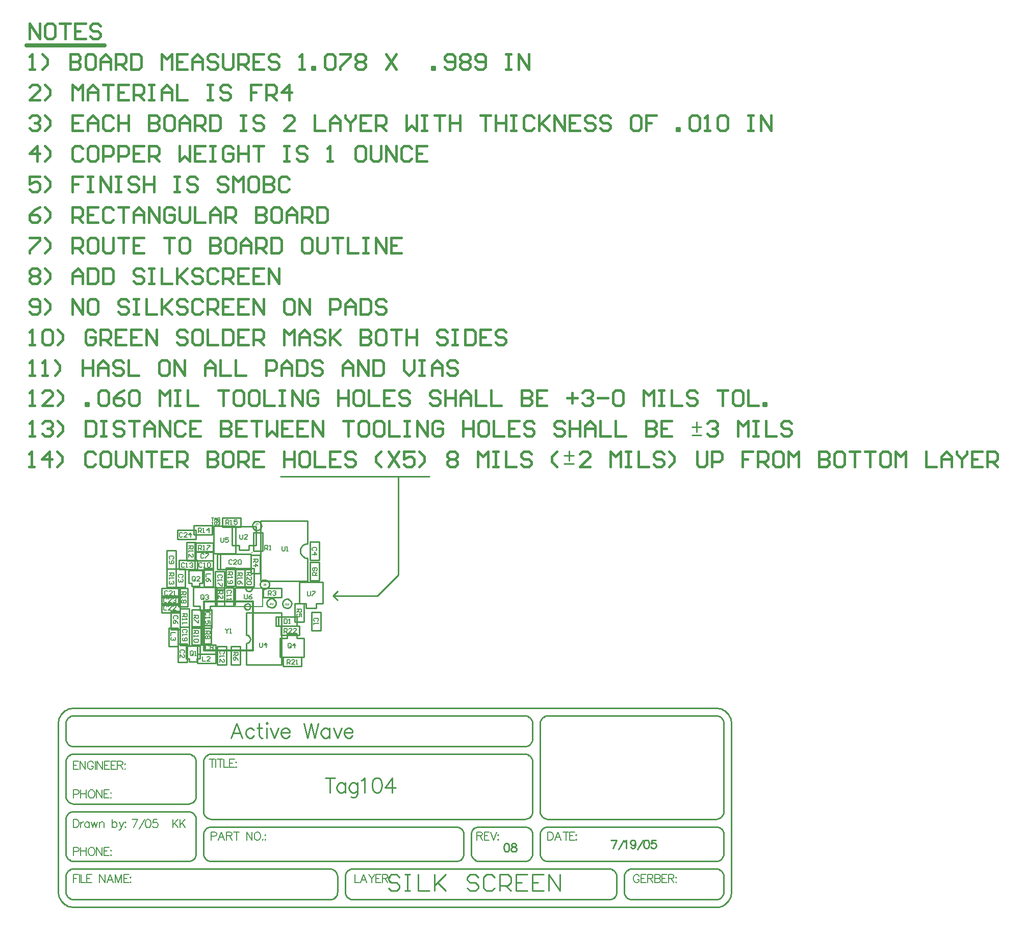
<source format=gto>
%FSLAX24Y24*%
%MOIN*%
G70*
G01*
G75*
%ADD10R,0.0300X0.0300*%
%ADD11R,0.0360X0.0500*%
%ADD12R,0.0360X0.0360*%
%ADD13O,0.0160X0.0600*%
%ADD14C,0.0400*%
%ADD15O,0.0400X0.0160*%
%ADD16R,0.0200X0.0500*%
%ADD17R,0.0400X0.0550*%
%ADD18R,0.0236X0.0236*%
%ADD19R,0.0700X0.0236*%
%ADD20R,0.0236X0.1000*%
%ADD21R,0.0900X0.0236*%
%ADD22R,0.0236X0.0900*%
%ADD23O,0.0240X0.0800*%
%ADD24C,0.0080*%
%ADD25C,0.0150*%
%ADD26C,0.0100*%
%ADD27C,0.0120*%
%ADD28C,0.0140*%
%ADD29C,0.0160*%
%ADD30C,0.0060*%
%ADD31C,0.0250*%
%ADD32C,0.0070*%
%ADD33C,0.0090*%
%ADD34C,0.0050*%
%ADD35C,0.0700*%
%ADD36R,0.0500X0.0500*%
%ADD37C,0.0600*%
%ADD38C,0.0280*%
%ADD39C,0.0300*%
%ADD40R,0.2000X0.1500*%
%ADD41R,0.2000X0.1000*%
%ADD42R,0.1500X0.1500*%
%ADD43C,0.0030*%
D24*
X87482Y65893D02*
Y66188D01*
X86793Y65893D02*
X87482D01*
X85671Y66798D02*
Y67093D01*
X87482Y66188D02*
Y67093D01*
X85671Y65893D02*
Y66798D01*
Y65893D02*
X86793D01*
X85671Y67093D02*
X86380D01*
X86813D02*
X87482D01*
Y67015D02*
Y67093D01*
X79310Y51968D02*
X79056Y51434D01*
X78955Y51968D02*
X79310D01*
X79430Y51358D02*
X79785Y51968D01*
X79973D02*
X79897Y51942D01*
X79846Y51866D01*
X79821Y51739D01*
Y51663D01*
X79846Y51536D01*
X79897Y51460D01*
X79973Y51434D01*
X80024D01*
X80100Y51460D01*
X80151Y51536D01*
X80176Y51663D01*
Y51739D01*
X80151Y51866D01*
X80100Y51942D01*
X80024Y51968D01*
X79973D01*
X80600D02*
X80346D01*
X80321Y51739D01*
X80346Y51765D01*
X80423Y51790D01*
X80499D01*
X80575Y51765D01*
X80626Y51714D01*
X80651Y51638D01*
Y51587D01*
X80626Y51511D01*
X80575Y51460D01*
X80499Y51434D01*
X80423D01*
X80346Y51460D01*
X80321Y51485D01*
X80296Y51536D01*
X81608Y51968D02*
Y51434D01*
X81964Y51968D02*
X81608Y51612D01*
X81735Y51739D02*
X81964Y51434D01*
X82083Y51968D02*
Y51434D01*
X82439Y51968D02*
X82083Y51612D01*
X82210Y51739D02*
X82439Y51434D01*
D25*
X72242Y82992D02*
X72575D01*
X72409D01*
Y83991D01*
X72242Y83825D01*
X73075D02*
X73242Y83991D01*
X73575D01*
X73742Y83825D01*
Y83158D01*
X73575Y82992D01*
X73242D01*
X73075Y83158D01*
Y83825D01*
X74075Y82992D02*
X74408Y83325D01*
Y83658D01*
X74075Y83991D01*
X76574Y83825D02*
X76407Y83991D01*
X76074D01*
X75908Y83825D01*
Y83158D01*
X76074Y82992D01*
X76407D01*
X76574Y83158D01*
Y83492D01*
X76241D01*
X76907Y82992D02*
Y83991D01*
X77407D01*
X77574Y83825D01*
Y83492D01*
X77407Y83325D01*
X76907D01*
X77240D02*
X77574Y82992D01*
X78573Y83991D02*
X77907D01*
Y82992D01*
X78573D01*
X77907Y83492D02*
X78240D01*
X79573Y83991D02*
X78907D01*
Y82992D01*
X79573D01*
X78907Y83492D02*
X79240D01*
X79906Y82992D02*
Y83991D01*
X80573Y82992D01*
Y83991D01*
X82572Y83825D02*
X82405Y83991D01*
X82072D01*
X81906Y83825D01*
Y83658D01*
X82072Y83492D01*
X82405D01*
X82572Y83325D01*
Y83158D01*
X82405Y82992D01*
X82072D01*
X81906Y83158D01*
X83405Y83991D02*
X83072D01*
X82905Y83825D01*
Y83158D01*
X83072Y82992D01*
X83405D01*
X83572Y83158D01*
Y83825D01*
X83405Y83991D01*
X83905D02*
Y82992D01*
X84571D01*
X84905Y83991D02*
Y82992D01*
X85404D01*
X85571Y83158D01*
Y83825D01*
X85404Y83991D01*
X84905D01*
X86571D02*
X85904D01*
Y82992D01*
X86571D01*
X85904Y83492D02*
X86237D01*
X86904Y82992D02*
Y83991D01*
X87404D01*
X87570Y83825D01*
Y83492D01*
X87404Y83325D01*
X86904D01*
X87237D02*
X87570Y82992D01*
X88903D02*
Y83991D01*
X89237Y83658D01*
X89570Y83991D01*
Y82992D01*
X89903D02*
Y83658D01*
X90236Y83991D01*
X90569Y83658D01*
Y82992D01*
Y83492D01*
X89903D01*
X91569Y83825D02*
X91403Y83991D01*
X91069D01*
X90903Y83825D01*
Y83658D01*
X91069Y83492D01*
X91403D01*
X91569Y83325D01*
Y83158D01*
X91403Y82992D01*
X91069D01*
X90903Y83158D01*
X91902Y83991D02*
Y82992D01*
Y83325D01*
X92569Y83991D01*
X92069Y83492D01*
X92569Y82992D01*
X93902Y83991D02*
Y82992D01*
X94402D01*
X94568Y83158D01*
Y83325D01*
X94402Y83492D01*
X93902D01*
X94402D01*
X94568Y83658D01*
Y83825D01*
X94402Y83991D01*
X93902D01*
X95401D02*
X95068D01*
X94901Y83825D01*
Y83158D01*
X95068Y82992D01*
X95401D01*
X95568Y83158D01*
Y83825D01*
X95401Y83991D01*
X95901D02*
X96567D01*
X96234D01*
Y82992D01*
X96901Y83991D02*
Y82992D01*
Y83492D01*
X97567D01*
Y83991D01*
Y82992D01*
X99567Y83825D02*
X99400Y83991D01*
X99067D01*
X98900Y83825D01*
Y83658D01*
X99067Y83492D01*
X99400D01*
X99567Y83325D01*
Y83158D01*
X99400Y82992D01*
X99067D01*
X98900Y83158D01*
X99900Y83991D02*
X100233D01*
X100066D01*
Y82992D01*
X99900D01*
X100233D01*
X100733Y83991D02*
Y82992D01*
X101233D01*
X101399Y83158D01*
Y83825D01*
X101233Y83991D01*
X100733D01*
X102399D02*
X101732D01*
Y82992D01*
X102399D01*
X101732Y83492D02*
X102066D01*
X103399Y83825D02*
X103232Y83991D01*
X102899D01*
X102732Y83825D01*
Y83658D01*
X102899Y83492D01*
X103232D01*
X103399Y83325D01*
Y83158D01*
X103232Y82992D01*
X102899D01*
X102732Y83158D01*
X72242Y102992D02*
Y103991D01*
X72908Y102992D01*
Y103991D01*
X73742D02*
X73408D01*
X73242Y103825D01*
Y103158D01*
X73408Y102992D01*
X73742D01*
X73908Y103158D01*
Y103825D01*
X73742Y103991D01*
X74241D02*
X74908D01*
X74575D01*
Y102992D01*
X75908Y103991D02*
X75241D01*
Y102992D01*
X75908D01*
X75241Y103492D02*
X75574D01*
X76907Y103825D02*
X76741Y103991D01*
X76407D01*
X76241Y103825D01*
Y103658D01*
X76407Y103492D01*
X76741D01*
X76907Y103325D01*
Y103158D01*
X76741Y102992D01*
X76407D01*
X76241Y103158D01*
X72242Y97825D02*
X72409Y97991D01*
X72742D01*
X72908Y97825D01*
Y97658D01*
X72742Y97492D01*
X72575D01*
X72742D01*
X72908Y97325D01*
Y97158D01*
X72742Y96992D01*
X72409D01*
X72242Y97158D01*
X73242Y96992D02*
X73575Y97325D01*
Y97658D01*
X73242Y97991D01*
X75741D02*
X75074D01*
Y96992D01*
X75741D01*
X75074Y97492D02*
X75408D01*
X76074Y96992D02*
Y97658D01*
X76407Y97991D01*
X76741Y97658D01*
Y96992D01*
Y97492D01*
X76074D01*
X77740Y97825D02*
X77574Y97991D01*
X77240D01*
X77074Y97825D01*
Y97158D01*
X77240Y96992D01*
X77574D01*
X77740Y97158D01*
X78073Y97991D02*
Y96992D01*
Y97492D01*
X78740D01*
Y97991D01*
Y96992D01*
X80073Y97991D02*
Y96992D01*
X80573D01*
X80739Y97158D01*
Y97325D01*
X80573Y97492D01*
X80073D01*
X80573D01*
X80739Y97658D01*
Y97825D01*
X80573Y97991D01*
X80073D01*
X81572D02*
X81239D01*
X81073Y97825D01*
Y97158D01*
X81239Y96992D01*
X81572D01*
X81739Y97158D01*
Y97825D01*
X81572Y97991D01*
X82072Y96992D02*
Y97658D01*
X82405Y97991D01*
X82739Y97658D01*
Y96992D01*
Y97492D01*
X82072D01*
X83072Y96992D02*
Y97991D01*
X83572D01*
X83738Y97825D01*
Y97492D01*
X83572Y97325D01*
X83072D01*
X83405D02*
X83738Y96992D01*
X84072Y97991D02*
Y96992D01*
X84571D01*
X84738Y97158D01*
Y97825D01*
X84571Y97991D01*
X84072D01*
X86071D02*
X86404D01*
X86237D01*
Y96992D01*
X86071D01*
X86404D01*
X87570Y97825D02*
X87404Y97991D01*
X87071D01*
X86904Y97825D01*
Y97658D01*
X87071Y97492D01*
X87404D01*
X87570Y97325D01*
Y97158D01*
X87404Y96992D01*
X87071D01*
X86904Y97158D01*
X89570Y96992D02*
X88903D01*
X89570Y97658D01*
Y97825D01*
X89403Y97991D01*
X89070D01*
X88903Y97825D01*
X90903Y97991D02*
Y96992D01*
X91569D01*
X91902D02*
Y97658D01*
X92236Y97991D01*
X92569Y97658D01*
Y96992D01*
Y97492D01*
X91902D01*
X92902Y97991D02*
Y97825D01*
X93235Y97492D01*
X93568Y97825D01*
Y97991D01*
X93235Y97492D02*
Y96992D01*
X94568Y97991D02*
X93902D01*
Y96992D01*
X94568D01*
X93902Y97492D02*
X94235D01*
X94901Y96992D02*
Y97991D01*
X95401D01*
X95568Y97825D01*
Y97492D01*
X95401Y97325D01*
X94901D01*
X95235D02*
X95568Y96992D01*
X96901Y97991D02*
Y96992D01*
X97234Y97325D01*
X97567Y96992D01*
Y97991D01*
X97900D02*
X98234D01*
X98067D01*
Y96992D01*
X97900D01*
X98234D01*
X98733Y97991D02*
X99400D01*
X99067D01*
Y96992D01*
X99733Y97991D02*
Y96992D01*
Y97492D01*
X100400D01*
Y97991D01*
Y96992D01*
X101732Y97991D02*
X102399D01*
X102066D01*
Y96992D01*
X102732Y97991D02*
Y96992D01*
Y97492D01*
X103399D01*
Y97991D01*
Y96992D01*
X103732Y97991D02*
X104065D01*
X103898D01*
Y96992D01*
X103732D01*
X104065D01*
X105231Y97825D02*
X105065Y97991D01*
X104732D01*
X104565Y97825D01*
Y97158D01*
X104732Y96992D01*
X105065D01*
X105231Y97158D01*
X105565Y97991D02*
Y96992D01*
Y97325D01*
X106231Y97991D01*
X105731Y97492D01*
X106231Y96992D01*
X106564D02*
Y97991D01*
X107231Y96992D01*
Y97991D01*
X108230D02*
X107564D01*
Y96992D01*
X108230D01*
X107564Y97492D02*
X107897D01*
X109230Y97825D02*
X109063Y97991D01*
X108730D01*
X108564Y97825D01*
Y97658D01*
X108730Y97492D01*
X109063D01*
X109230Y97325D01*
Y97158D01*
X109063Y96992D01*
X108730D01*
X108564Y97158D01*
X110230Y97825D02*
X110063Y97991D01*
X109730D01*
X109563Y97825D01*
Y97658D01*
X109730Y97492D01*
X110063D01*
X110230Y97325D01*
Y97158D01*
X110063Y96992D01*
X109730D01*
X109563Y97158D01*
X112062Y97991D02*
X111729D01*
X111563Y97825D01*
Y97158D01*
X111729Y96992D01*
X112062D01*
X112229Y97158D01*
Y97825D01*
X112062Y97991D01*
X113229D02*
X112562D01*
Y97492D01*
X112896D01*
X112562D01*
Y96992D01*
X114562D02*
Y97158D01*
X114728D01*
Y96992D01*
X114562D01*
X115395Y97825D02*
X115561Y97991D01*
X115895D01*
X116061Y97825D01*
Y97158D01*
X115895Y96992D01*
X115561D01*
X115395Y97158D01*
Y97825D01*
X116394Y96992D02*
X116728D01*
X116561D01*
Y97991D01*
X116394Y97825D01*
X117227D02*
X117394Y97991D01*
X117727D01*
X117894Y97825D01*
Y97158D01*
X117727Y96992D01*
X117394D01*
X117227Y97158D01*
Y97825D01*
X119227Y97991D02*
X119560D01*
X119393D01*
Y96992D01*
X119227D01*
X119560D01*
X120060D02*
Y97991D01*
X120726Y96992D01*
Y97991D01*
X72742Y94992D02*
Y95991D01*
X72242Y95492D01*
X72908D01*
X73242Y94992D02*
X73575Y95325D01*
Y95658D01*
X73242Y95991D01*
X75741Y95825D02*
X75574Y95991D01*
X75241D01*
X75074Y95825D01*
Y95158D01*
X75241Y94992D01*
X75574D01*
X75741Y95158D01*
X76574Y95991D02*
X76241D01*
X76074Y95825D01*
Y95158D01*
X76241Y94992D01*
X76574D01*
X76741Y95158D01*
Y95825D01*
X76574Y95991D01*
X77074Y94992D02*
Y95991D01*
X77574D01*
X77740Y95825D01*
Y95492D01*
X77574Y95325D01*
X77074D01*
X78073Y94992D02*
Y95991D01*
X78573D01*
X78740Y95825D01*
Y95492D01*
X78573Y95325D01*
X78073D01*
X79740Y95991D02*
X79073D01*
Y94992D01*
X79740D01*
X79073Y95492D02*
X79406D01*
X80073Y94992D02*
Y95991D01*
X80573D01*
X80739Y95825D01*
Y95492D01*
X80573Y95325D01*
X80073D01*
X80406D02*
X80739Y94992D01*
X82072Y95991D02*
Y94992D01*
X82405Y95325D01*
X82739Y94992D01*
Y95991D01*
X83738D02*
X83072D01*
Y94992D01*
X83738D01*
X83072Y95492D02*
X83405D01*
X84072Y95991D02*
X84405D01*
X84238D01*
Y94992D01*
X84072D01*
X84405D01*
X85571Y95825D02*
X85404Y95991D01*
X85071D01*
X84905Y95825D01*
Y95158D01*
X85071Y94992D01*
X85404D01*
X85571Y95158D01*
Y95492D01*
X85238D01*
X85904Y95991D02*
Y94992D01*
Y95492D01*
X86571D01*
Y95991D01*
Y94992D01*
X86904Y95991D02*
X87570D01*
X87237D01*
Y94992D01*
X88903Y95991D02*
X89237D01*
X89070D01*
Y94992D01*
X88903D01*
X89237D01*
X90403Y95825D02*
X90236Y95991D01*
X89903D01*
X89736Y95825D01*
Y95658D01*
X89903Y95492D01*
X90236D01*
X90403Y95325D01*
Y95158D01*
X90236Y94992D01*
X89903D01*
X89736Y95158D01*
X91736Y94992D02*
X92069D01*
X91902D01*
Y95991D01*
X91736Y95825D01*
X94068Y95991D02*
X93735D01*
X93568Y95825D01*
Y95158D01*
X93735Y94992D01*
X94068D01*
X94235Y95158D01*
Y95825D01*
X94068Y95991D01*
X94568D02*
Y95158D01*
X94735Y94992D01*
X95068D01*
X95235Y95158D01*
Y95991D01*
X95568Y94992D02*
Y95991D01*
X96234Y94992D01*
Y95991D01*
X97234Y95825D02*
X97067Y95991D01*
X96734D01*
X96567Y95825D01*
Y95158D01*
X96734Y94992D01*
X97067D01*
X97234Y95158D01*
X98234Y95991D02*
X97567D01*
Y94992D01*
X98234D01*
X97567Y95492D02*
X97900D01*
X72908Y93991D02*
X72242D01*
Y93492D01*
X72575Y93658D01*
X72742D01*
X72908Y93492D01*
Y93158D01*
X72742Y92992D01*
X72409D01*
X72242Y93158D01*
X73242Y92992D02*
X73575Y93325D01*
Y93658D01*
X73242Y93991D01*
X75741D02*
X75074D01*
Y93492D01*
X75408D01*
X75074D01*
Y92992D01*
X76074Y93991D02*
X76407D01*
X76241D01*
Y92992D01*
X76074D01*
X76407D01*
X76907D02*
Y93991D01*
X77574Y92992D01*
Y93991D01*
X77907D02*
X78240D01*
X78073D01*
Y92992D01*
X77907D01*
X78240D01*
X79406Y93825D02*
X79240Y93991D01*
X78907D01*
X78740Y93825D01*
Y93658D01*
X78907Y93492D01*
X79240D01*
X79406Y93325D01*
Y93158D01*
X79240Y92992D01*
X78907D01*
X78740Y93158D01*
X79740Y93991D02*
Y92992D01*
Y93492D01*
X80406D01*
Y93991D01*
Y92992D01*
X81739Y93991D02*
X82072D01*
X81906D01*
Y92992D01*
X81739D01*
X82072D01*
X83238Y93825D02*
X83072Y93991D01*
X82739D01*
X82572Y93825D01*
Y93658D01*
X82739Y93492D01*
X83072D01*
X83238Y93325D01*
Y93158D01*
X83072Y92992D01*
X82739D01*
X82572Y93158D01*
X85238Y93825D02*
X85071Y93991D01*
X84738D01*
X84571Y93825D01*
Y93658D01*
X84738Y93492D01*
X85071D01*
X85238Y93325D01*
Y93158D01*
X85071Y92992D01*
X84738D01*
X84571Y93158D01*
X85571Y92992D02*
Y93991D01*
X85904Y93658D01*
X86237Y93991D01*
Y92992D01*
X87071Y93991D02*
X86737D01*
X86571Y93825D01*
Y93158D01*
X86737Y92992D01*
X87071D01*
X87237Y93158D01*
Y93825D01*
X87071Y93991D01*
X87570D02*
Y92992D01*
X88070D01*
X88237Y93158D01*
Y93325D01*
X88070Y93492D01*
X87570D01*
X88070D01*
X88237Y93658D01*
Y93825D01*
X88070Y93991D01*
X87570D01*
X89237Y93825D02*
X89070Y93991D01*
X88737D01*
X88570Y93825D01*
Y93158D01*
X88737Y92992D01*
X89070D01*
X89237Y93158D01*
X72908Y91991D02*
X72575Y91825D01*
X72242Y91492D01*
Y91158D01*
X72409Y90992D01*
X72742D01*
X72908Y91158D01*
Y91325D01*
X72742Y91492D01*
X72242D01*
X73242Y90992D02*
X73575Y91325D01*
Y91658D01*
X73242Y91991D01*
X75074Y90992D02*
Y91991D01*
X75574D01*
X75741Y91825D01*
Y91492D01*
X75574Y91325D01*
X75074D01*
X75408D02*
X75741Y90992D01*
X76741Y91991D02*
X76074D01*
Y90992D01*
X76741D01*
X76074Y91492D02*
X76407D01*
X77740Y91825D02*
X77574Y91991D01*
X77240D01*
X77074Y91825D01*
Y91158D01*
X77240Y90992D01*
X77574D01*
X77740Y91158D01*
X78073Y91991D02*
X78740D01*
X78407D01*
Y90992D01*
X79073D02*
Y91658D01*
X79406Y91991D01*
X79740Y91658D01*
Y90992D01*
Y91492D01*
X79073D01*
X80073Y90992D02*
Y91991D01*
X80739Y90992D01*
Y91991D01*
X81739Y91825D02*
X81572Y91991D01*
X81239D01*
X81073Y91825D01*
Y91158D01*
X81239Y90992D01*
X81572D01*
X81739Y91158D01*
Y91492D01*
X81406D01*
X82072Y91991D02*
Y91158D01*
X82239Y90992D01*
X82572D01*
X82739Y91158D01*
Y91991D01*
X83072D02*
Y90992D01*
X83738D01*
X84072D02*
Y91658D01*
X84405Y91991D01*
X84738Y91658D01*
Y90992D01*
Y91492D01*
X84072D01*
X85071Y90992D02*
Y91991D01*
X85571D01*
X85738Y91825D01*
Y91492D01*
X85571Y91325D01*
X85071D01*
X85404D02*
X85738Y90992D01*
X87071Y91991D02*
Y90992D01*
X87570D01*
X87737Y91158D01*
Y91325D01*
X87570Y91492D01*
X87071D01*
X87570D01*
X87737Y91658D01*
Y91825D01*
X87570Y91991D01*
X87071D01*
X88570D02*
X88237D01*
X88070Y91825D01*
Y91158D01*
X88237Y90992D01*
X88570D01*
X88737Y91158D01*
Y91825D01*
X88570Y91991D01*
X89070Y90992D02*
Y91658D01*
X89403Y91991D01*
X89736Y91658D01*
Y90992D01*
Y91492D01*
X89070D01*
X90070Y90992D02*
Y91991D01*
X90569D01*
X90736Y91825D01*
Y91492D01*
X90569Y91325D01*
X90070D01*
X90403D02*
X90736Y90992D01*
X91069Y91991D02*
Y90992D01*
X91569D01*
X91736Y91158D01*
Y91825D01*
X91569Y91991D01*
X91069D01*
X72242Y89991D02*
X72908D01*
Y89825D01*
X72242Y89158D01*
Y88992D01*
X73242D02*
X73575Y89325D01*
Y89658D01*
X73242Y89991D01*
X75074Y88992D02*
Y89991D01*
X75574D01*
X75741Y89825D01*
Y89492D01*
X75574Y89325D01*
X75074D01*
X75408D02*
X75741Y88992D01*
X76574Y89991D02*
X76241D01*
X76074Y89825D01*
Y89158D01*
X76241Y88992D01*
X76574D01*
X76741Y89158D01*
Y89825D01*
X76574Y89991D01*
X77074D02*
Y89158D01*
X77240Y88992D01*
X77574D01*
X77740Y89158D01*
Y89991D01*
X78073D02*
X78740D01*
X78407D01*
Y88992D01*
X79740Y89991D02*
X79073D01*
Y88992D01*
X79740D01*
X79073Y89492D02*
X79406D01*
X81073Y89991D02*
X81739D01*
X81406D01*
Y88992D01*
X82572Y89991D02*
X82239D01*
X82072Y89825D01*
Y89158D01*
X82239Y88992D01*
X82572D01*
X82739Y89158D01*
Y89825D01*
X82572Y89991D01*
X84072D02*
Y88992D01*
X84571D01*
X84738Y89158D01*
Y89325D01*
X84571Y89492D01*
X84072D01*
X84571D01*
X84738Y89658D01*
Y89825D01*
X84571Y89991D01*
X84072D01*
X85571D02*
X85238D01*
X85071Y89825D01*
Y89158D01*
X85238Y88992D01*
X85571D01*
X85738Y89158D01*
Y89825D01*
X85571Y89991D01*
X86071Y88992D02*
Y89658D01*
X86404Y89991D01*
X86737Y89658D01*
Y88992D01*
Y89492D01*
X86071D01*
X87071Y88992D02*
Y89991D01*
X87570D01*
X87737Y89825D01*
Y89492D01*
X87570Y89325D01*
X87071D01*
X87404D02*
X87737Y88992D01*
X88070Y89991D02*
Y88992D01*
X88570D01*
X88737Y89158D01*
Y89825D01*
X88570Y89991D01*
X88070D01*
X90569D02*
X90236D01*
X90070Y89825D01*
Y89158D01*
X90236Y88992D01*
X90569D01*
X90736Y89158D01*
Y89825D01*
X90569Y89991D01*
X91069D02*
Y89158D01*
X91236Y88992D01*
X91569D01*
X91736Y89158D01*
Y89991D01*
X92069D02*
X92735D01*
X92402D01*
Y88992D01*
X93069Y89991D02*
Y88992D01*
X93735D01*
X94068Y89991D02*
X94402D01*
X94235D01*
Y88992D01*
X94068D01*
X94402D01*
X94901D02*
Y89991D01*
X95568Y88992D01*
Y89991D01*
X96567D02*
X95901D01*
Y88992D01*
X96567D01*
X95901Y89492D02*
X96234D01*
X72242Y87825D02*
X72409Y87991D01*
X72742D01*
X72908Y87825D01*
Y87658D01*
X72742Y87492D01*
X72908Y87325D01*
Y87158D01*
X72742Y86992D01*
X72409D01*
X72242Y87158D01*
Y87325D01*
X72409Y87492D01*
X72242Y87658D01*
Y87825D01*
X72409Y87492D02*
X72742D01*
X73242Y86992D02*
X73575Y87325D01*
Y87658D01*
X73242Y87991D01*
X75074Y86992D02*
Y87658D01*
X75408Y87991D01*
X75741Y87658D01*
Y86992D01*
Y87492D01*
X75074D01*
X76074Y87991D02*
Y86992D01*
X76574D01*
X76741Y87158D01*
Y87825D01*
X76574Y87991D01*
X76074D01*
X77074D02*
Y86992D01*
X77574D01*
X77740Y87158D01*
Y87825D01*
X77574Y87991D01*
X77074D01*
X79740Y87825D02*
X79573Y87991D01*
X79240D01*
X79073Y87825D01*
Y87658D01*
X79240Y87492D01*
X79573D01*
X79740Y87325D01*
Y87158D01*
X79573Y86992D01*
X79240D01*
X79073Y87158D01*
X80073Y87991D02*
X80406D01*
X80239D01*
Y86992D01*
X80073D01*
X80406D01*
X80906Y87991D02*
Y86992D01*
X81572D01*
X81906Y87991D02*
Y86992D01*
Y87325D01*
X82572Y87991D01*
X82072Y87492D01*
X82572Y86992D01*
X83572Y87825D02*
X83405Y87991D01*
X83072D01*
X82905Y87825D01*
Y87658D01*
X83072Y87492D01*
X83405D01*
X83572Y87325D01*
Y87158D01*
X83405Y86992D01*
X83072D01*
X82905Y87158D01*
X84571Y87825D02*
X84405Y87991D01*
X84072D01*
X83905Y87825D01*
Y87158D01*
X84072Y86992D01*
X84405D01*
X84571Y87158D01*
X84905Y86992D02*
Y87991D01*
X85404D01*
X85571Y87825D01*
Y87492D01*
X85404Y87325D01*
X84905D01*
X85238D02*
X85571Y86992D01*
X86571Y87991D02*
X85904D01*
Y86992D01*
X86571D01*
X85904Y87492D02*
X86237D01*
X87570Y87991D02*
X86904D01*
Y86992D01*
X87570D01*
X86904Y87492D02*
X87237D01*
X87904Y86992D02*
Y87991D01*
X88570Y86992D01*
Y87991D01*
X72242Y85158D02*
X72409Y84992D01*
X72742D01*
X72908Y85158D01*
Y85825D01*
X72742Y85991D01*
X72409D01*
X72242Y85825D01*
Y85658D01*
X72409Y85492D01*
X72908D01*
X73242Y84992D02*
X73575Y85325D01*
Y85658D01*
X73242Y85991D01*
X75074Y84992D02*
Y85991D01*
X75741Y84992D01*
Y85991D01*
X76574D02*
X76241D01*
X76074Y85825D01*
Y85158D01*
X76241Y84992D01*
X76574D01*
X76741Y85158D01*
Y85825D01*
X76574Y85991D01*
X78740Y85825D02*
X78573Y85991D01*
X78240D01*
X78073Y85825D01*
Y85658D01*
X78240Y85492D01*
X78573D01*
X78740Y85325D01*
Y85158D01*
X78573Y84992D01*
X78240D01*
X78073Y85158D01*
X79073Y85991D02*
X79406D01*
X79240D01*
Y84992D01*
X79073D01*
X79406D01*
X79906Y85991D02*
Y84992D01*
X80573D01*
X80906Y85991D02*
Y84992D01*
Y85325D01*
X81572Y85991D01*
X81073Y85492D01*
X81572Y84992D01*
X82572Y85825D02*
X82405Y85991D01*
X82072D01*
X81906Y85825D01*
Y85658D01*
X82072Y85492D01*
X82405D01*
X82572Y85325D01*
Y85158D01*
X82405Y84992D01*
X82072D01*
X81906Y85158D01*
X83572Y85825D02*
X83405Y85991D01*
X83072D01*
X82905Y85825D01*
Y85158D01*
X83072Y84992D01*
X83405D01*
X83572Y85158D01*
X83905Y84992D02*
Y85991D01*
X84405D01*
X84571Y85825D01*
Y85492D01*
X84405Y85325D01*
X83905D01*
X84238D02*
X84571Y84992D01*
X85571Y85991D02*
X84905D01*
Y84992D01*
X85571D01*
X84905Y85492D02*
X85238D01*
X86571Y85991D02*
X85904D01*
Y84992D01*
X86571D01*
X85904Y85492D02*
X86237D01*
X86904Y84992D02*
Y85991D01*
X87570Y84992D01*
Y85991D01*
X89403D02*
X89070D01*
X88903Y85825D01*
Y85158D01*
X89070Y84992D01*
X89403D01*
X89570Y85158D01*
Y85825D01*
X89403Y85991D01*
X89903Y84992D02*
Y85991D01*
X90569Y84992D01*
Y85991D01*
X91902Y84992D02*
Y85991D01*
X92402D01*
X92569Y85825D01*
Y85492D01*
X92402Y85325D01*
X91902D01*
X92902Y84992D02*
Y85658D01*
X93235Y85991D01*
X93568Y85658D01*
Y84992D01*
Y85492D01*
X92902D01*
X93902Y85991D02*
Y84992D01*
X94402D01*
X94568Y85158D01*
Y85825D01*
X94402Y85991D01*
X93902D01*
X95568Y85825D02*
X95401Y85991D01*
X95068D01*
X94901Y85825D01*
Y85658D01*
X95068Y85492D01*
X95401D01*
X95568Y85325D01*
Y85158D01*
X95401Y84992D01*
X95068D01*
X94901Y85158D01*
X72242Y100992D02*
X72575D01*
X72409D01*
Y101991D01*
X72242Y101825D01*
X73075Y100992D02*
X73408Y101325D01*
Y101658D01*
X73075Y101991D01*
X74908D02*
Y100992D01*
X75408D01*
X75574Y101158D01*
Y101325D01*
X75408Y101492D01*
X74908D01*
X75408D01*
X75574Y101658D01*
Y101825D01*
X75408Y101991D01*
X74908D01*
X76407D02*
X76074D01*
X75908Y101825D01*
Y101158D01*
X76074Y100992D01*
X76407D01*
X76574Y101158D01*
Y101825D01*
X76407Y101991D01*
X76907Y100992D02*
Y101658D01*
X77240Y101991D01*
X77574Y101658D01*
Y100992D01*
Y101492D01*
X76907D01*
X77907Y100992D02*
Y101991D01*
X78407D01*
X78573Y101825D01*
Y101492D01*
X78407Y101325D01*
X77907D01*
X78240D02*
X78573Y100992D01*
X78907Y101991D02*
Y100992D01*
X79406D01*
X79573Y101158D01*
Y101825D01*
X79406Y101991D01*
X78907D01*
X80906Y100992D02*
Y101991D01*
X81239Y101658D01*
X81572Y101991D01*
Y100992D01*
X82572Y101991D02*
X81906D01*
Y100992D01*
X82572D01*
X81906Y101492D02*
X82239D01*
X82905Y100992D02*
Y101658D01*
X83238Y101991D01*
X83572Y101658D01*
Y100992D01*
Y101492D01*
X82905D01*
X84571Y101825D02*
X84405Y101991D01*
X84072D01*
X83905Y101825D01*
Y101658D01*
X84072Y101492D01*
X84405D01*
X84571Y101325D01*
Y101158D01*
X84405Y100992D01*
X84072D01*
X83905Y101158D01*
X84905Y101991D02*
Y101158D01*
X85071Y100992D01*
X85404D01*
X85571Y101158D01*
Y101991D01*
X85904Y100992D02*
Y101991D01*
X86404D01*
X86571Y101825D01*
Y101492D01*
X86404Y101325D01*
X85904D01*
X86237D02*
X86571Y100992D01*
X87570Y101991D02*
X86904D01*
Y100992D01*
X87570D01*
X86904Y101492D02*
X87237D01*
X88570Y101825D02*
X88403Y101991D01*
X88070D01*
X87904Y101825D01*
Y101658D01*
X88070Y101492D01*
X88403D01*
X88570Y101325D01*
Y101158D01*
X88403Y100992D01*
X88070D01*
X87904Y101158D01*
X89903Y100992D02*
X90236D01*
X90070D01*
Y101991D01*
X89903Y101825D01*
X90736Y100992D02*
Y101158D01*
X90903D01*
Y100992D01*
X90736D01*
X91569Y101825D02*
X91736Y101991D01*
X92069D01*
X92236Y101825D01*
Y101158D01*
X92069Y100992D01*
X91736D01*
X91569Y101158D01*
Y101825D01*
X92569Y101991D02*
X93235D01*
Y101825D01*
X92569Y101158D01*
Y100992D01*
X93568Y101825D02*
X93735Y101991D01*
X94068D01*
X94235Y101825D01*
Y101658D01*
X94068Y101492D01*
X94235Y101325D01*
Y101158D01*
X94068Y100992D01*
X93735D01*
X93568Y101158D01*
Y101325D01*
X93735Y101492D01*
X93568Y101658D01*
Y101825D01*
X93735Y101492D02*
X94068D01*
X95568Y101991D02*
X96234Y100992D01*
Y101991D02*
X95568Y100992D01*
X98567D02*
Y101158D01*
X98733D01*
Y100992D01*
X98567D01*
X99400Y101158D02*
X99567Y100992D01*
X99900D01*
X100066Y101158D01*
Y101825D01*
X99900Y101991D01*
X99567D01*
X99400Y101825D01*
Y101658D01*
X99567Y101492D01*
X100066D01*
X100400Y101825D02*
X100566Y101991D01*
X100899D01*
X101066Y101825D01*
Y101658D01*
X100899Y101492D01*
X101066Y101325D01*
Y101158D01*
X100899Y100992D01*
X100566D01*
X100400Y101158D01*
Y101325D01*
X100566Y101492D01*
X100400Y101658D01*
Y101825D01*
X100566Y101492D02*
X100899D01*
X101399Y101158D02*
X101566Y100992D01*
X101899D01*
X102066Y101158D01*
Y101825D01*
X101899Y101991D01*
X101566D01*
X101399Y101825D01*
Y101658D01*
X101566Y101492D01*
X102066D01*
X103399Y101991D02*
X103732D01*
X103565D01*
Y100992D01*
X103399D01*
X103732D01*
X104232D02*
Y101991D01*
X104898Y100992D01*
Y101991D01*
X72908Y98992D02*
X72242D01*
X72908Y99658D01*
Y99825D01*
X72742Y99991D01*
X72409D01*
X72242Y99825D01*
X73242Y98992D02*
X73575Y99325D01*
Y99658D01*
X73242Y99991D01*
X75074Y98992D02*
Y99991D01*
X75408Y99658D01*
X75741Y99991D01*
Y98992D01*
X76074D02*
Y99658D01*
X76407Y99991D01*
X76741Y99658D01*
Y98992D01*
Y99492D01*
X76074D01*
X77074Y99991D02*
X77740D01*
X77407D01*
Y98992D01*
X78740Y99991D02*
X78073D01*
Y98992D01*
X78740D01*
X78073Y99492D02*
X78407D01*
X79073Y98992D02*
Y99991D01*
X79573D01*
X79740Y99825D01*
Y99492D01*
X79573Y99325D01*
X79073D01*
X79406D02*
X79740Y98992D01*
X80073Y99991D02*
X80406D01*
X80239D01*
Y98992D01*
X80073D01*
X80406D01*
X80906D02*
Y99658D01*
X81239Y99991D01*
X81572Y99658D01*
Y98992D01*
Y99492D01*
X80906D01*
X81906Y99991D02*
Y98992D01*
X82572D01*
X83905Y99991D02*
X84238D01*
X84072D01*
Y98992D01*
X83905D01*
X84238D01*
X85404Y99825D02*
X85238Y99991D01*
X84905D01*
X84738Y99825D01*
Y99658D01*
X84905Y99492D01*
X85238D01*
X85404Y99325D01*
Y99158D01*
X85238Y98992D01*
X84905D01*
X84738Y99158D01*
X87404Y99991D02*
X86737D01*
Y99492D01*
X87071D01*
X86737D01*
Y98992D01*
X87737D02*
Y99991D01*
X88237D01*
X88403Y99825D01*
Y99492D01*
X88237Y99325D01*
X87737D01*
X88070D02*
X88403Y98992D01*
X89237D02*
Y99991D01*
X88737Y99492D01*
X89403D01*
X72242Y80992D02*
X72575D01*
X72409D01*
Y81991D01*
X72242Y81825D01*
X73075Y80992D02*
X73408D01*
X73242D01*
Y81991D01*
X73075Y81825D01*
X73908Y80992D02*
X74241Y81325D01*
Y81658D01*
X73908Y81991D01*
X75741D02*
Y80992D01*
Y81492D01*
X76407D01*
Y81991D01*
Y80992D01*
X76741D02*
Y81658D01*
X77074Y81991D01*
X77407Y81658D01*
Y80992D01*
Y81492D01*
X76741D01*
X78407Y81825D02*
X78240Y81991D01*
X77907D01*
X77740Y81825D01*
Y81658D01*
X77907Y81492D01*
X78240D01*
X78407Y81325D01*
Y81158D01*
X78240Y80992D01*
X77907D01*
X77740Y81158D01*
X78740Y81991D02*
Y80992D01*
X79406D01*
X81239Y81991D02*
X80906D01*
X80739Y81825D01*
Y81158D01*
X80906Y80992D01*
X81239D01*
X81406Y81158D01*
Y81825D01*
X81239Y81991D01*
X81739Y80992D02*
Y81991D01*
X82405Y80992D01*
Y81991D01*
X83738Y80992D02*
Y81658D01*
X84072Y81991D01*
X84405Y81658D01*
Y80992D01*
Y81492D01*
X83738D01*
X84738Y81991D02*
Y80992D01*
X85404D01*
X85738Y81991D02*
Y80992D01*
X86404D01*
X87737D02*
Y81991D01*
X88237D01*
X88403Y81825D01*
Y81492D01*
X88237Y81325D01*
X87737D01*
X88737Y80992D02*
Y81658D01*
X89070Y81991D01*
X89403Y81658D01*
Y80992D01*
Y81492D01*
X88737D01*
X89736Y81991D02*
Y80992D01*
X90236D01*
X90403Y81158D01*
Y81825D01*
X90236Y81991D01*
X89736D01*
X91403Y81825D02*
X91236Y81991D01*
X90903D01*
X90736Y81825D01*
Y81658D01*
X90903Y81492D01*
X91236D01*
X91403Y81325D01*
Y81158D01*
X91236Y80992D01*
X90903D01*
X90736Y81158D01*
X92735Y80992D02*
Y81658D01*
X93069Y81991D01*
X93402Y81658D01*
Y80992D01*
Y81492D01*
X92735D01*
X93735Y80992D02*
Y81991D01*
X94402Y80992D01*
Y81991D01*
X94735D02*
Y80992D01*
X95235D01*
X95401Y81158D01*
Y81825D01*
X95235Y81991D01*
X94735D01*
X96734D02*
Y81325D01*
X97067Y80992D01*
X97401Y81325D01*
Y81991D01*
X97734D02*
X98067D01*
X97900D01*
Y80992D01*
X97734D01*
X98067D01*
X98567D02*
Y81658D01*
X98900Y81991D01*
X99233Y81658D01*
Y80992D01*
Y81492D01*
X98567D01*
X100233Y81825D02*
X100066Y81991D01*
X99733D01*
X99567Y81825D01*
Y81658D01*
X99733Y81492D01*
X100066D01*
X100233Y81325D01*
Y81158D01*
X100066Y80992D01*
X99733D01*
X99567Y81158D01*
X72252Y79002D02*
X72585D01*
X72419D01*
Y80001D01*
X72252Y79835D01*
X73752Y79002D02*
X73085D01*
X73752Y79668D01*
Y79835D01*
X73585Y80001D01*
X73252D01*
X73085Y79835D01*
X74085Y79002D02*
X74418Y79335D01*
Y79668D01*
X74085Y80001D01*
X75918Y79002D02*
Y79168D01*
X76084D01*
Y79002D01*
X75918D01*
X76751Y79835D02*
X76917Y80001D01*
X77250D01*
X77417Y79835D01*
Y79168D01*
X77250Y79002D01*
X76917D01*
X76751Y79168D01*
Y79835D01*
X78417Y80001D02*
X78083Y79835D01*
X77750Y79502D01*
Y79168D01*
X77917Y79002D01*
X78250D01*
X78417Y79168D01*
Y79335D01*
X78250Y79502D01*
X77750D01*
X78750Y79835D02*
X78917Y80001D01*
X79250D01*
X79416Y79835D01*
Y79168D01*
X79250Y79002D01*
X78917D01*
X78750Y79168D01*
Y79835D01*
X80749Y79002D02*
Y80001D01*
X81082Y79668D01*
X81416Y80001D01*
Y79002D01*
X81749Y80001D02*
X82082D01*
X81916D01*
Y79002D01*
X81749D01*
X82082D01*
X82582Y80001D02*
Y79002D01*
X83248D01*
X84581Y80001D02*
X85248D01*
X84915D01*
Y79002D01*
X86081Y80001D02*
X85748D01*
X85581Y79835D01*
Y79168D01*
X85748Y79002D01*
X86081D01*
X86248Y79168D01*
Y79835D01*
X86081Y80001D01*
X87081D02*
X86747D01*
X86581Y79835D01*
Y79168D01*
X86747Y79002D01*
X87081D01*
X87247Y79168D01*
Y79835D01*
X87081Y80001D01*
X87580D02*
Y79002D01*
X88247D01*
X88580Y80001D02*
X88913D01*
X88747D01*
Y79002D01*
X88580D01*
X88913D01*
X89413D02*
Y80001D01*
X90080Y79002D01*
Y80001D01*
X91079Y79835D02*
X90913Y80001D01*
X90579D01*
X90413Y79835D01*
Y79168D01*
X90579Y79002D01*
X90913D01*
X91079Y79168D01*
Y79502D01*
X90746D01*
X92412Y80001D02*
Y79002D01*
Y79502D01*
X93079D01*
Y80001D01*
Y79002D01*
X93912Y80001D02*
X93578D01*
X93412Y79835D01*
Y79168D01*
X93578Y79002D01*
X93912D01*
X94078Y79168D01*
Y79835D01*
X93912Y80001D01*
X94412D02*
Y79002D01*
X95078D01*
X96078Y80001D02*
X95411D01*
Y79002D01*
X96078D01*
X95411Y79502D02*
X95744D01*
X97077Y79835D02*
X96911Y80001D01*
X96578D01*
X96411Y79835D01*
Y79668D01*
X96578Y79502D01*
X96911D01*
X97077Y79335D01*
Y79168D01*
X96911Y79002D01*
X96578D01*
X96411Y79168D01*
X99077Y79835D02*
X98910Y80001D01*
X98577D01*
X98410Y79835D01*
Y79668D01*
X98577Y79502D01*
X98910D01*
X99077Y79335D01*
Y79168D01*
X98910Y79002D01*
X98577D01*
X98410Y79168D01*
X99410Y80001D02*
Y79002D01*
Y79502D01*
X100076D01*
Y80001D01*
Y79002D01*
X100410D02*
Y79668D01*
X100743Y80001D01*
X101076Y79668D01*
Y79002D01*
Y79502D01*
X100410D01*
X101409Y80001D02*
Y79002D01*
X102076D01*
X102409Y80001D02*
Y79002D01*
X103075D01*
X104408Y80001D02*
Y79002D01*
X104908D01*
X105075Y79168D01*
Y79335D01*
X104908Y79502D01*
X104408D01*
X104908D01*
X105075Y79668D01*
Y79835D01*
X104908Y80001D01*
X104408D01*
X106074D02*
X105408D01*
Y79002D01*
X106074D01*
X105408Y79502D02*
X105741D01*
X107407D02*
X108074D01*
X107741Y79835D02*
Y79168D01*
X108407Y79835D02*
X108574Y80001D01*
X108907D01*
X109073Y79835D01*
Y79668D01*
X108907Y79502D01*
X108740D01*
X108907D01*
X109073Y79335D01*
Y79168D01*
X108907Y79002D01*
X108574D01*
X108407Y79168D01*
X109407Y79502D02*
X110073D01*
X110406Y79835D02*
X110573Y80001D01*
X110906D01*
X111073Y79835D01*
Y79168D01*
X110906Y79002D01*
X110573D01*
X110406Y79168D01*
Y79835D01*
X112406Y79002D02*
Y80001D01*
X112739Y79668D01*
X113072Y80001D01*
Y79002D01*
X113405Y80001D02*
X113739D01*
X113572D01*
Y79002D01*
X113405D01*
X113739D01*
X114238Y80001D02*
Y79002D01*
X114905D01*
X115905Y79835D02*
X115738Y80001D01*
X115405D01*
X115238Y79835D01*
Y79668D01*
X115405Y79502D01*
X115738D01*
X115905Y79335D01*
Y79168D01*
X115738Y79002D01*
X115405D01*
X115238Y79168D01*
X117237Y80001D02*
X117904D01*
X117571D01*
Y79002D01*
X118737Y80001D02*
X118404D01*
X118237Y79835D01*
Y79168D01*
X118404Y79002D01*
X118737D01*
X118904Y79168D01*
Y79835D01*
X118737Y80001D01*
X119237D02*
Y79002D01*
X119903D01*
X120237D02*
Y79168D01*
X120403D01*
Y79002D01*
X120237D01*
X72252Y77012D02*
X72585D01*
X72419D01*
Y78011D01*
X72252Y77845D01*
X73085D02*
X73252Y78011D01*
X73585D01*
X73752Y77845D01*
Y77678D01*
X73585Y77512D01*
X73418D01*
X73585D01*
X73752Y77345D01*
Y77178D01*
X73585Y77012D01*
X73252D01*
X73085Y77178D01*
X74085Y77012D02*
X74418Y77345D01*
Y77678D01*
X74085Y78011D01*
X75918D02*
Y77012D01*
X76417D01*
X76584Y77178D01*
Y77845D01*
X76417Y78011D01*
X75918D01*
X76917D02*
X77250D01*
X77084D01*
Y77012D01*
X76917D01*
X77250D01*
X78417Y77845D02*
X78250Y78011D01*
X77917D01*
X77750Y77845D01*
Y77678D01*
X77917Y77512D01*
X78250D01*
X78417Y77345D01*
Y77178D01*
X78250Y77012D01*
X77917D01*
X77750Y77178D01*
X78750Y78011D02*
X79416D01*
X79083D01*
Y77012D01*
X79750D02*
Y77678D01*
X80083Y78011D01*
X80416Y77678D01*
Y77012D01*
Y77512D01*
X79750D01*
X80749Y77012D02*
Y78011D01*
X81416Y77012D01*
Y78011D01*
X82415Y77845D02*
X82249Y78011D01*
X81916D01*
X81749Y77845D01*
Y77178D01*
X81916Y77012D01*
X82249D01*
X82415Y77178D01*
X83415Y78011D02*
X82749D01*
Y77012D01*
X83415D01*
X82749Y77512D02*
X83082D01*
X84748Y78011D02*
Y77012D01*
X85248D01*
X85414Y77178D01*
Y77345D01*
X85248Y77512D01*
X84748D01*
X85248D01*
X85414Y77678D01*
Y77845D01*
X85248Y78011D01*
X84748D01*
X86414D02*
X85748D01*
Y77012D01*
X86414D01*
X85748Y77512D02*
X86081D01*
X86747Y78011D02*
X87414D01*
X87081D01*
Y77012D01*
X87747Y78011D02*
Y77012D01*
X88080Y77345D01*
X88413Y77012D01*
Y78011D01*
X89413D02*
X88747D01*
Y77012D01*
X89413D01*
X88747Y77512D02*
X89080D01*
X90413Y78011D02*
X89746D01*
Y77012D01*
X90413D01*
X89746Y77512D02*
X90080D01*
X90746Y77012D02*
Y78011D01*
X91412Y77012D01*
Y78011D01*
X92745D02*
X93412D01*
X93079D01*
Y77012D01*
X94245Y78011D02*
X93912D01*
X93745Y77845D01*
Y77178D01*
X93912Y77012D01*
X94245D01*
X94412Y77178D01*
Y77845D01*
X94245Y78011D01*
X95245D02*
X94911D01*
X94745Y77845D01*
Y77178D01*
X94911Y77012D01*
X95245D01*
X95411Y77178D01*
Y77845D01*
X95245Y78011D01*
X95744D02*
Y77012D01*
X96411D01*
X96744Y78011D02*
X97077D01*
X96911D01*
Y77012D01*
X96744D01*
X97077D01*
X97577D02*
Y78011D01*
X98244Y77012D01*
Y78011D01*
X99243Y77845D02*
X99077Y78011D01*
X98743D01*
X98577Y77845D01*
Y77178D01*
X98743Y77012D01*
X99077D01*
X99243Y77178D01*
Y77512D01*
X98910D01*
X100576Y78011D02*
Y77012D01*
Y77512D01*
X101243D01*
Y78011D01*
Y77012D01*
X102076Y78011D02*
X101742D01*
X101576Y77845D01*
Y77178D01*
X101742Y77012D01*
X102076D01*
X102242Y77178D01*
Y77845D01*
X102076Y78011D01*
X102576D02*
Y77012D01*
X103242D01*
X104242Y78011D02*
X103575D01*
Y77012D01*
X104242D01*
X103575Y77512D02*
X103908D01*
X105241Y77845D02*
X105075Y78011D01*
X104742D01*
X104575Y77845D01*
Y77678D01*
X104742Y77512D01*
X105075D01*
X105241Y77345D01*
Y77178D01*
X105075Y77012D01*
X104742D01*
X104575Y77178D01*
X107241Y77845D02*
X107074Y78011D01*
X106741D01*
X106574Y77845D01*
Y77678D01*
X106741Y77512D01*
X107074D01*
X107241Y77345D01*
Y77178D01*
X107074Y77012D01*
X106741D01*
X106574Y77178D01*
X107574Y78011D02*
Y77012D01*
Y77512D01*
X108240D01*
Y78011D01*
Y77012D01*
X108574D02*
Y77678D01*
X108907Y78011D01*
X109240Y77678D01*
Y77012D01*
Y77512D01*
X108574D01*
X109573Y78011D02*
Y77012D01*
X110240D01*
X110573Y78011D02*
Y77012D01*
X111239D01*
X112572Y78011D02*
Y77012D01*
X113072D01*
X113239Y77178D01*
Y77345D01*
X113072Y77512D01*
X112572D01*
X113072D01*
X113239Y77678D01*
Y77845D01*
X113072Y78011D01*
X112572D01*
X114238D02*
X113572D01*
Y77012D01*
X114238D01*
X113572Y77512D02*
X113905D01*
X116571Y77845D02*
X116738Y78011D01*
X117071D01*
X117237Y77845D01*
Y77678D01*
X117071Y77512D01*
X116904D01*
X117071D01*
X117237Y77345D01*
Y77178D01*
X117071Y77012D01*
X116738D01*
X116571Y77178D01*
X118570Y77012D02*
Y78011D01*
X118904Y77678D01*
X119237Y78011D01*
Y77012D01*
X119570Y78011D02*
X119903D01*
X119737D01*
Y77012D01*
X119570D01*
X119903D01*
X120403Y78011D02*
Y77012D01*
X121070D01*
X122069Y77845D02*
X121903Y78011D01*
X121569D01*
X121403Y77845D01*
Y77678D01*
X121569Y77512D01*
X121903D01*
X122069Y77345D01*
Y77178D01*
X121903Y77012D01*
X121569D01*
X121403Y77178D01*
X72222Y75007D02*
X72555D01*
X72389D01*
Y76006D01*
X72222Y75840D01*
X73555Y75007D02*
Y76006D01*
X73055Y75507D01*
X73722D01*
X74055Y75007D02*
X74388Y75340D01*
Y75673D01*
X74055Y76006D01*
X76554Y75840D02*
X76387Y76006D01*
X76054D01*
X75888Y75840D01*
Y75173D01*
X76054Y75007D01*
X76387D01*
X76554Y75173D01*
X77387Y76006D02*
X77054D01*
X76887Y75840D01*
Y75173D01*
X77054Y75007D01*
X77387D01*
X77554Y75173D01*
Y75840D01*
X77387Y76006D01*
X77887D02*
Y75173D01*
X78053Y75007D01*
X78387D01*
X78553Y75173D01*
Y76006D01*
X78887Y75007D02*
Y76006D01*
X79553Y75007D01*
Y76006D01*
X79886D02*
X80553D01*
X80219D01*
Y75007D01*
X81552Y76006D02*
X80886D01*
Y75007D01*
X81552D01*
X80886Y75507D02*
X81219D01*
X81886Y75007D02*
Y76006D01*
X82385D01*
X82552Y75840D01*
Y75507D01*
X82385Y75340D01*
X81886D01*
X82219D02*
X82552Y75007D01*
X83885Y76006D02*
Y75007D01*
X84385D01*
X84551Y75173D01*
Y75340D01*
X84385Y75507D01*
X83885D01*
X84385D01*
X84551Y75673D01*
Y75840D01*
X84385Y76006D01*
X83885D01*
X85384D02*
X85051D01*
X84885Y75840D01*
Y75173D01*
X85051Y75007D01*
X85384D01*
X85551Y75173D01*
Y75840D01*
X85384Y76006D01*
X85884Y75007D02*
Y76006D01*
X86384D01*
X86551Y75840D01*
Y75507D01*
X86384Y75340D01*
X85884D01*
X86217D02*
X86551Y75007D01*
X87550Y76006D02*
X86884D01*
Y75007D01*
X87550D01*
X86884Y75507D02*
X87217D01*
X88883Y76006D02*
Y75007D01*
Y75507D01*
X89550D01*
Y76006D01*
Y75007D01*
X90383Y76006D02*
X90050D01*
X89883Y75840D01*
Y75173D01*
X90050Y75007D01*
X90383D01*
X90549Y75173D01*
Y75840D01*
X90383Y76006D01*
X90883D02*
Y75007D01*
X91549D01*
X92549Y76006D02*
X91882D01*
Y75007D01*
X92549D01*
X91882Y75507D02*
X92216D01*
X93548Y75840D02*
X93382Y76006D01*
X93049D01*
X92882Y75840D01*
Y75673D01*
X93049Y75507D01*
X93382D01*
X93548Y75340D01*
Y75173D01*
X93382Y75007D01*
X93049D01*
X92882Y75173D01*
X95215Y75007D02*
X94881Y75340D01*
Y75673D01*
X95215Y76006D01*
X95714D02*
X96381Y75007D01*
Y76006D02*
X95714Y75007D01*
X97381Y76006D02*
X96714D01*
Y75507D01*
X97047Y75673D01*
X97214D01*
X97381Y75507D01*
Y75173D01*
X97214Y75007D01*
X96881D01*
X96714Y75173D01*
X97714Y75007D02*
X98047Y75340D01*
Y75673D01*
X97714Y76006D01*
X99547Y75840D02*
X99713Y76006D01*
X100046D01*
X100213Y75840D01*
Y75673D01*
X100046Y75507D01*
X100213Y75340D01*
Y75173D01*
X100046Y75007D01*
X99713D01*
X99547Y75173D01*
Y75340D01*
X99713Y75507D01*
X99547Y75673D01*
Y75840D01*
X99713Y75507D02*
X100046D01*
X101546Y75007D02*
Y76006D01*
X101879Y75673D01*
X102212Y76006D01*
Y75007D01*
X102546Y76006D02*
X102879D01*
X102712D01*
Y75007D01*
X102546D01*
X102879D01*
X103379Y76006D02*
Y75007D01*
X104045D01*
X105045Y75840D02*
X104878Y76006D01*
X104545D01*
X104378Y75840D01*
Y75673D01*
X104545Y75507D01*
X104878D01*
X105045Y75340D01*
Y75173D01*
X104878Y75007D01*
X104545D01*
X104378Y75173D01*
X106711Y75007D02*
X106378Y75340D01*
Y75673D01*
X106711Y76006D01*
X108877Y75007D02*
X108210D01*
X108877Y75673D01*
Y75840D01*
X108710Y76006D01*
X108377D01*
X108210Y75840D01*
X110210Y75007D02*
Y76006D01*
X110543Y75673D01*
X110876Y76006D01*
Y75007D01*
X111209Y76006D02*
X111543D01*
X111376D01*
Y75007D01*
X111209D01*
X111543D01*
X112042Y76006D02*
Y75007D01*
X112709D01*
X113709Y75840D02*
X113542Y76006D01*
X113209D01*
X113042Y75840D01*
Y75673D01*
X113209Y75507D01*
X113542D01*
X113709Y75340D01*
Y75173D01*
X113542Y75007D01*
X113209D01*
X113042Y75173D01*
X114042Y75007D02*
X114375Y75340D01*
Y75673D01*
X114042Y76006D01*
X115875D02*
Y75173D01*
X116041Y75007D01*
X116374D01*
X116541Y75173D01*
Y76006D01*
X116874Y75007D02*
Y76006D01*
X117374D01*
X117541Y75840D01*
Y75507D01*
X117374Y75340D01*
X116874D01*
X119540Y76006D02*
X118874D01*
Y75507D01*
X119207D01*
X118874D01*
Y75007D01*
X119873D02*
Y76006D01*
X120373D01*
X120540Y75840D01*
Y75507D01*
X120373Y75340D01*
X119873D01*
X120207D02*
X120540Y75007D01*
X121373Y76006D02*
X121040D01*
X120873Y75840D01*
Y75173D01*
X121040Y75007D01*
X121373D01*
X121539Y75173D01*
Y75840D01*
X121373Y76006D01*
X121873Y75007D02*
Y76006D01*
X122206Y75673D01*
X122539Y76006D01*
Y75007D01*
X123872Y76006D02*
Y75007D01*
X124372D01*
X124538Y75173D01*
Y75340D01*
X124372Y75507D01*
X123872D01*
X124372D01*
X124538Y75673D01*
Y75840D01*
X124372Y76006D01*
X123872D01*
X125372D02*
X125038D01*
X124872Y75840D01*
Y75173D01*
X125038Y75007D01*
X125372D01*
X125538Y75173D01*
Y75840D01*
X125372Y76006D01*
X125871D02*
X126538D01*
X126205D01*
Y75007D01*
X126871Y76006D02*
X127537D01*
X127204D01*
Y75007D01*
X128371Y76006D02*
X128037D01*
X127871Y75840D01*
Y75173D01*
X128037Y75007D01*
X128371D01*
X128537Y75173D01*
Y75840D01*
X128371Y76006D01*
X128870Y75007D02*
Y76006D01*
X129204Y75673D01*
X129537Y76006D01*
Y75007D01*
X130870Y76006D02*
Y75007D01*
X131536D01*
X131869D02*
Y75673D01*
X132203Y76006D01*
X132536Y75673D01*
Y75007D01*
Y75507D01*
X131869D01*
X132869Y76006D02*
Y75840D01*
X133202Y75507D01*
X133536Y75840D01*
Y76006D01*
X133202Y75507D02*
Y75007D01*
X134535Y76006D02*
X133869D01*
Y75007D01*
X134535D01*
X133869Y75507D02*
X134202D01*
X134868Y75007D02*
Y76006D01*
X135368D01*
X135535Y75840D01*
Y75507D01*
X135368Y75340D01*
X134868D01*
X135202D02*
X135535Y75007D01*
D26*
X88368Y66107D02*
X88352Y66204D01*
X88305Y66291D01*
X88232Y66358D01*
X88142Y66398D01*
X88044Y66406D01*
X87948Y66382D01*
X87865Y66327D01*
X87804Y66250D01*
X87772Y66156D01*
Y66057D01*
X87804Y65964D01*
X87865Y65886D01*
X87948Y65832D01*
X88044Y65808D01*
X88142Y65816D01*
X88232Y65856D01*
X88305Y65923D01*
X88352Y66009D01*
X88368Y66107D01*
X87926Y67327D02*
X87910Y67424D01*
X87863Y67511D01*
X87790Y67578D01*
X87700Y67618D01*
X87601Y67626D01*
X87506Y67602D01*
X87423Y67547D01*
X87362Y67470D01*
X87330Y67376D01*
Y67277D01*
X87362Y67184D01*
X87423Y67106D01*
X87506Y67052D01*
X87601Y67028D01*
X87700Y67036D01*
X87790Y67076D01*
X87863Y67143D01*
X87910Y67229D01*
X87926Y67327D01*
X87418Y71157D02*
X87402Y71254D01*
X87355Y71341D01*
X87282Y71408D01*
X87192Y71448D01*
X87094Y71456D01*
X86998Y71432D01*
X86915Y71377D01*
X86854Y71300D01*
X86822Y71206D01*
Y71107D01*
X86854Y71014D01*
X86915Y70936D01*
X86998Y70882D01*
X87094Y70858D01*
X87192Y70866D01*
X87282Y70906D01*
X87355Y70973D01*
X87402Y71059D01*
X87418Y71157D01*
X86380Y67093D02*
X86401Y66999D01*
X86461Y66924D01*
X86548Y66882D01*
X86644D01*
X86731Y66924D01*
X86791Y66999D01*
X86813Y67093D01*
X86696Y65877D02*
X86673Y65970D01*
X86610Y66041D01*
X86520Y66075D01*
X86425Y66064D01*
X86346Y66009D01*
X86302Y65925D01*
Y65829D01*
X86346Y65744D01*
X86425Y65690D01*
X86520Y65678D01*
X86610Y65712D01*
X86673Y65784D01*
X86696Y65877D01*
X90420Y69994D02*
X90322Y69983D01*
X90228Y69953D01*
X90142Y69904D01*
X90069Y69837D01*
X90011Y69758D01*
X89971Y69667D01*
X89950Y69571D01*
Y69472D01*
X89971Y69375D01*
X90011Y69285D01*
X90069Y69205D01*
X90142Y69139D01*
X90228Y69090D01*
X90322Y69059D01*
X90420Y69049D01*
X89377Y66077D02*
X89361Y66174D01*
X89314Y66261D01*
X89241Y66328D01*
X89150Y66368D01*
X89052Y66376D01*
X88956Y66352D01*
X88874Y66297D01*
X88813Y66220D01*
X88781Y66126D01*
Y66027D01*
X88813Y65934D01*
X88874Y65856D01*
X88956Y65802D01*
X89052Y65778D01*
X89150Y65786D01*
X89241Y65826D01*
X89314Y65893D01*
X89361Y65979D01*
X89377Y66077D01*
X86416Y63481D02*
X86520Y63502D01*
X86607Y63561D01*
X86666Y63648D01*
X86686Y63752D01*
X86666Y63855D01*
X86607Y63943D01*
X86520Y64002D01*
X86416Y64022D01*
X88351Y65227D02*
X88526D01*
X88351Y64627D02*
Y65227D01*
Y64627D02*
X88526D01*
Y64927D01*
Y64627D02*
X89726D01*
Y65227D01*
X88526D02*
X89726D01*
X88526Y64927D02*
Y65227D01*
X89256Y64127D02*
X89726D01*
Y63827D02*
Y64127D01*
Y63827D02*
X90176D01*
Y62577D02*
Y63827D01*
X88626Y62577D02*
X90176D01*
X88626D02*
Y63827D01*
X89076D01*
Y64127D01*
X89256D01*
X89876Y64327D02*
Y64627D01*
X88676D02*
X89876D01*
X88676Y64027D02*
Y64627D01*
Y64027D02*
X89876D01*
Y64327D01*
X88826Y62277D02*
Y62577D01*
X90026D01*
Y61977D02*
Y62577D01*
X88826Y61977D02*
X90026D01*
X88826D02*
Y62277D01*
X82086Y63337D02*
X82386D01*
X82086D02*
Y64537D01*
X82686D01*
Y63337D02*
Y64537D01*
X82386Y63337D02*
X82686D01*
X84276Y69347D02*
X85376D01*
X84276D02*
Y71147D01*
X85726D01*
Y69347D02*
Y71147D01*
X85376Y69347D02*
X85726D01*
X86326Y68397D02*
X86626D01*
X86326Y67197D02*
Y68397D01*
Y67197D02*
X86926D01*
Y68397D01*
X86626D02*
X86926D01*
X85086Y68407D02*
X85386D01*
X85086Y67207D02*
Y68407D01*
Y67207D02*
X85686D01*
Y68407D01*
X85386D02*
X85686D01*
X82006Y67077D02*
X82306D01*
X82006Y65877D02*
Y67077D01*
Y65877D02*
X82606D01*
Y67077D01*
X82306D02*
X82606D01*
X84256Y69757D02*
Y70057D01*
X83056D02*
X84256D01*
X83056Y69457D02*
Y70057D01*
Y69457D02*
X84256D01*
Y69757D01*
X86016Y67187D02*
X86316D01*
Y68387D01*
X85716D02*
X86316D01*
X85716Y67187D02*
Y68387D01*
Y67187D02*
X86016D01*
X86056Y71367D02*
Y71667D01*
X84856D02*
X86056D01*
X84856Y71067D02*
Y71667D01*
Y71067D02*
X86056D01*
Y71367D01*
X82976Y70567D02*
Y70867D01*
Y70567D02*
X84176D01*
Y71167D01*
X82976D02*
X84176D01*
X82976Y70867D02*
Y71167D01*
X81226Y68347D02*
X81526D01*
X81226Y67147D02*
Y68347D01*
Y67147D02*
X81826D01*
Y68347D01*
X81526D02*
X81826D01*
X82826Y68897D02*
X83126D01*
Y70097D01*
X82526D02*
X83126D01*
X82526Y68897D02*
Y70097D01*
Y68897D02*
X82826D01*
X82396Y64537D02*
X82696D01*
Y65737D01*
X82096D02*
X82696D01*
X82096Y64537D02*
Y65737D01*
Y64537D02*
X82396D01*
X82846Y64577D02*
X83146D01*
X82846Y63377D02*
Y64577D01*
Y63377D02*
X83446D01*
Y64577D01*
X83146D02*
X83446D01*
X90576Y68777D02*
X90876D01*
X90576Y67577D02*
Y68777D01*
Y67577D02*
X91176D01*
Y68777D01*
X90876D02*
X91176D01*
X83836Y63437D02*
X84136D01*
Y64637D01*
X83536D02*
X84136D01*
X83536Y63437D02*
Y64637D01*
Y63437D02*
X83836D01*
X85740Y62093D02*
X86040D01*
Y63293D01*
X85440D02*
X86040D01*
X85440Y62093D02*
Y63293D01*
Y62093D02*
X85740D01*
X89576Y66077D02*
X89876D01*
X89576Y64877D02*
Y66077D01*
Y64877D02*
X90176D01*
Y66077D01*
X89876D02*
X90176D01*
X86740Y69243D02*
X87040D01*
X86740Y68043D02*
Y69243D01*
Y68043D02*
X87340D01*
Y69243D01*
X87040D02*
X87340D01*
X87526Y66477D02*
Y66777D01*
Y66477D02*
X88726D01*
Y67077D01*
X87526D02*
X88726D01*
X87526Y66777D02*
Y67077D01*
X84696Y65907D02*
X84996D01*
Y67107D01*
X84396D02*
X84996D01*
X84396Y65907D02*
Y67107D01*
Y65907D02*
X84696D01*
X86886Y70717D02*
X87186D01*
X86886Y69517D02*
Y70717D01*
Y69517D02*
X87486D01*
Y70717D01*
X87186D02*
X87486D01*
X84440Y62493D02*
Y62793D01*
X83240D02*
X84440D01*
X83240Y62193D02*
Y62793D01*
Y62193D02*
X84440D01*
Y62493D01*
X80876Y65477D02*
Y65777D01*
Y65477D02*
X82076D01*
Y66077D01*
X80876D02*
X82076D01*
X80876Y65777D02*
Y66077D01*
Y66467D02*
Y66767D01*
Y66467D02*
X82076D01*
Y67067D01*
X80876D02*
X82076D01*
X80876Y66767D02*
Y67067D01*
X84406Y68177D02*
X84706D01*
X84406Y66977D02*
Y68177D01*
Y66977D02*
X85006D01*
Y68177D01*
X84706D02*
X85006D01*
X84840Y62093D02*
X85140D01*
Y63293D01*
X84540D02*
X85140D01*
X84540Y62093D02*
Y63293D01*
Y62093D02*
X84840D01*
X83056Y68277D02*
Y68577D01*
Y68277D02*
X84256D01*
Y68877D01*
X83056D02*
X84256D01*
X83056Y68577D02*
Y68877D01*
X81226Y69547D02*
X81526D01*
X81226Y68347D02*
Y69547D01*
Y68347D02*
X81826D01*
Y69547D01*
X81526D02*
X81826D01*
X83226Y62767D02*
Y63067D01*
Y62767D02*
X84426D01*
Y63367D01*
X83226D02*
X84426D01*
X83226Y63067D02*
Y63367D01*
X84256Y69177D02*
Y69477D01*
X83056D02*
X84256D01*
X83056Y68877D02*
Y69477D01*
Y68877D02*
X84256D01*
Y69177D01*
X82126Y67147D02*
X82426D01*
Y68347D01*
X81826D02*
X82426D01*
X81826Y67147D02*
Y68347D01*
Y67147D02*
X82126D01*
X83846Y65687D02*
X84146D01*
Y64487D02*
Y65687D01*
X83546Y64487D02*
X84146D01*
X83546D02*
Y65687D01*
X83846D01*
X83146Y65687D02*
X83446D01*
Y64487D02*
Y65687D01*
X82846Y64487D02*
X83446D01*
X82846D02*
Y65687D01*
X83146D01*
X83866Y65607D02*
X84046D01*
Y65907D01*
X84496D01*
Y67157D01*
X82946D02*
X84496D01*
X82946Y65907D02*
Y67157D01*
Y65907D02*
X83396D01*
Y65607D02*
Y65907D01*
Y65607D02*
X83866D01*
X81646Y64496D02*
X81946D01*
Y63296D02*
Y64496D01*
X81346Y63296D02*
X81946D01*
X81346D02*
Y64496D01*
X81646D01*
X86426Y69577D02*
X86606D01*
Y69877D01*
X87056D01*
Y71127D01*
X85506D02*
X87056D01*
X85506Y69877D02*
Y71127D01*
Y69877D02*
X85956D01*
Y69577D02*
Y69877D01*
Y69577D02*
X86426D01*
X86066Y69307D02*
X86716D01*
Y68307D02*
Y69307D01*
X84716Y68307D02*
X86716D01*
X84716D02*
Y69307D01*
X86066D01*
X84516D02*
X84716D01*
X84516Y68307D02*
Y69307D01*
Y68307D02*
X84716D01*
X85295Y67107D02*
X85595D01*
Y65907D02*
Y67107D01*
X84995Y65907D02*
X85595D01*
X84995D02*
Y67107D01*
X85295D01*
X83956Y67177D02*
X84256D01*
Y68377D01*
X83656D02*
X84256D01*
X83656Y67177D02*
Y68377D01*
Y67177D02*
X83956D01*
X82847Y67209D02*
X83359D01*
X82650Y67406D02*
Y68233D01*
X83556Y67406D02*
Y68233D01*
X82847Y67209D02*
Y67406D01*
X82650D02*
X82847D01*
X83359Y67209D02*
Y67406D01*
X83556D01*
X83536Y68233D02*
X83556D01*
X82650D02*
X83536D01*
X81926Y70567D02*
Y70867D01*
X83126D01*
Y70267D02*
Y70867D01*
X81926Y70267D02*
X83126D01*
X81926D02*
Y70567D01*
X83236Y68307D02*
Y68607D01*
X82036Y68307D02*
X83236D01*
X82036D02*
Y68907D01*
X83236D01*
Y68607D02*
Y68907D01*
X80876Y66277D02*
Y66577D01*
X82076D01*
Y65977D02*
Y66577D01*
X80876Y65977D02*
X82076D01*
X80876D02*
Y66277D01*
X82490Y63313D02*
X83376D01*
X83396D01*
X83199Y62486D02*
X83396D01*
X83199Y62289D02*
Y62486D01*
X82490D02*
X82687D01*
Y62289D02*
Y62486D01*
X83396D02*
Y63313D01*
X82490Y62486D02*
Y63313D01*
X82687Y62289D02*
X83199D01*
X87349Y67553D02*
Y68340D01*
X90420Y70702D02*
Y71017D01*
X87349Y68340D02*
Y71490D01*
X90420Y68222D02*
Y69049D01*
Y69994D02*
Y70702D01*
Y67553D02*
Y68222D01*
X87349Y67553D02*
X90420D01*
Y71017D02*
Y71490D01*
X87349D02*
X90420D01*
X90976Y65527D02*
X91276D01*
Y64327D02*
Y65527D01*
X90676Y64327D02*
X91276D01*
X90676D02*
Y65527D01*
X90976D01*
X90576Y68927D02*
X90876D01*
X90576D02*
Y70127D01*
X91176D01*
Y68927D02*
Y70127D01*
X90876Y68927D02*
X91176D01*
X90332Y65782D02*
X90802D01*
X90332D02*
Y66082D01*
X89882D02*
X90332D01*
X89882D02*
Y67477D01*
X91432D01*
Y66082D02*
Y67477D01*
X90982Y66082D02*
X91432D01*
X90982Y65782D02*
Y66082D01*
X90802Y65782D02*
X90982D01*
X81946Y62237D02*
X82246D01*
X81946D02*
Y63437D01*
X82546D01*
Y62237D02*
Y63437D01*
X82246Y62237D02*
X82546D01*
X86416Y62077D02*
Y63481D01*
Y64022D02*
Y65477D01*
Y62077D02*
X88716D01*
Y65477D01*
X86416D02*
X88716D01*
X81476Y65577D02*
X81776D01*
X81476Y64377D02*
Y65577D01*
Y64377D02*
X82076D01*
Y65577D01*
X81776D02*
X82076D01*
X96427Y48195D02*
X96249Y48373D01*
X95894D01*
X95716Y48195D01*
Y48018D01*
X95894Y47840D01*
X96249D01*
X96427Y47662D01*
Y47484D01*
X96249Y47307D01*
X95894D01*
X95716Y47484D01*
X96782Y48373D02*
X97138D01*
X96960D01*
Y47307D01*
X96782D01*
X97138D01*
X97671Y48373D02*
Y47307D01*
X98382D01*
X98737Y48373D02*
Y47307D01*
Y47662D01*
X99448Y48373D01*
X98915Y47840D01*
X99448Y47307D01*
X101581Y48195D02*
X101403Y48373D01*
X101048D01*
X100870Y48195D01*
Y48018D01*
X101048Y47840D01*
X101403D01*
X101581Y47662D01*
Y47484D01*
X101403Y47307D01*
X101048D01*
X100870Y47484D01*
X102647Y48195D02*
X102469Y48373D01*
X102114D01*
X101936Y48195D01*
Y47484D01*
X102114Y47307D01*
X102469D01*
X102647Y47484D01*
X103003Y47307D02*
Y48373D01*
X103536D01*
X103713Y48195D01*
Y47840D01*
X103536Y47662D01*
X103003D01*
X103358D02*
X103713Y47307D01*
X104780Y48373D02*
X104069D01*
Y47307D01*
X104780D01*
X104069Y47840D02*
X104424D01*
X105846Y48373D02*
X105135D01*
Y47307D01*
X105846D01*
X105135Y47840D02*
X105491D01*
X106202Y47307D02*
Y48373D01*
X106912Y47307D01*
Y48373D01*
X117625Y51005D02*
X117616Y51101D01*
X117588Y51193D01*
X117543Y51277D01*
X117482Y51351D01*
X117407Y51412D01*
X117323Y51458D01*
X117231Y51486D01*
X117135Y51495D01*
X106125D02*
X106028Y51485D01*
X105934Y51457D01*
X105847Y51411D01*
X105772Y51349D01*
X105710Y51273D01*
X105663Y51186D01*
X105635Y51093D01*
X105625Y50995D01*
X117125Y51995D02*
X117223Y52005D01*
X117317Y52033D01*
X117403Y52079D01*
X117479Y52141D01*
X117541Y52217D01*
X117587Y52304D01*
X117616Y52397D01*
X117625Y52495D01*
X105625D02*
X105635Y52397D01*
X105663Y52304D01*
X105710Y52217D01*
X105772Y52141D01*
X105847Y52079D01*
X105934Y52033D01*
X106028Y52005D01*
X106125Y51995D01*
X75125Y59245D02*
X75027Y59240D01*
X74930Y59226D01*
X74835Y59202D01*
X74743Y59169D01*
X74654Y59127D01*
X74570Y59076D01*
X74491Y59018D01*
X74418Y58952D01*
X74352Y58879D01*
X74294Y58801D01*
X74243Y58716D01*
X74201Y58628D01*
X74168Y58535D01*
X74144Y58440D01*
X74130Y58343D01*
X74125Y58245D01*
Y47255D02*
X74130Y47157D01*
X74144Y47060D01*
X74168Y46965D01*
X74200Y46873D01*
X74242Y46784D01*
X74292Y46699D01*
X74350Y46620D01*
X74415Y46547D01*
X74487Y46481D01*
X74565Y46421D01*
X74648Y46370D01*
X74737Y46327D01*
X74828Y46293D01*
X74923Y46268D01*
X75020Y46252D01*
X75118Y46245D01*
X117125Y46245D02*
X117223Y46250D01*
X117320Y46264D01*
X117416Y46288D01*
X117508Y46321D01*
X117597Y46363D01*
X117681Y46414D01*
X117760Y46472D01*
X117832Y46538D01*
X117898Y46611D01*
X117957Y46689D01*
X118007Y46774D01*
X118049Y46862D01*
X118082Y46955D01*
X118106Y47050D01*
X118120Y47147D01*
X118125Y47245D01*
Y58245D02*
X118120Y58343D01*
X118106Y58440D01*
X118082Y58535D01*
X118049Y58628D01*
X118007Y58716D01*
X117957Y58801D01*
X117898Y58879D01*
X117832Y58952D01*
X117760Y59018D01*
X117681Y59076D01*
X117597Y59127D01*
X117508Y59169D01*
X117416Y59202D01*
X117320Y59226D01*
X117223Y59240D01*
X117125Y59245D01*
X117625Y58255D02*
X117615Y58353D01*
X117586Y58446D01*
X117539Y58533D01*
X117476Y58607D01*
X117399Y58668D01*
X117311Y58712D01*
X117216Y58738D01*
X117118Y58745D01*
X117125Y49245D02*
X117223Y49255D01*
X117317Y49283D01*
X117403Y49329D01*
X117479Y49391D01*
X117541Y49467D01*
X117587Y49554D01*
X117616Y49647D01*
X117625Y49745D01*
X117625Y48254D02*
X117614Y48350D01*
X117585Y48442D01*
X117538Y48527D01*
X117476Y48602D01*
X117400Y48663D01*
X117315Y48708D01*
X117222Y48736D01*
X117125Y48745D01*
Y46745D02*
X117223Y46755D01*
X117317Y46783D01*
X117403Y46829D01*
X117479Y46891D01*
X117541Y46967D01*
X117587Y47054D01*
X117616Y47147D01*
X117625Y47245D01*
X104625Y49245D02*
X104723Y49255D01*
X104817Y49283D01*
X104903Y49329D01*
X104979Y49391D01*
X105041Y49467D01*
X105087Y49554D01*
X105116Y49647D01*
X105125Y49745D01*
X105625Y49735D02*
X105635Y49638D01*
X105663Y49546D01*
X105710Y49460D01*
X105772Y49386D01*
X105847Y49325D01*
X105934Y49280D01*
X106027Y49253D01*
X106124Y49245D01*
X105125Y51005D02*
X105116Y51101D01*
X105088Y51193D01*
X105043Y51277D01*
X104982Y51351D01*
X104907Y51412D01*
X104823Y51458D01*
X104731Y51486D01*
X104635Y51495D01*
X74625Y47245D02*
X74635Y47149D01*
X74662Y47056D01*
X74708Y46970D01*
X74769Y46895D01*
X74843Y46832D01*
X74928Y46786D01*
X75020Y46756D01*
X75117Y46745D01*
X104634Y51995D02*
X104730Y52006D01*
X104823Y52036D01*
X104908Y52082D01*
X104982Y52144D01*
X105043Y52220D01*
X105088Y52306D01*
X105116Y52399D01*
X105125Y52495D01*
X75125Y48745D02*
X75028Y48735D01*
X74934Y48707D01*
X74847Y48661D01*
X74772Y48599D01*
X74710Y48523D01*
X74663Y48436D01*
X74635Y48343D01*
X74625Y48245D01*
X105125Y55745D02*
X105116Y55843D01*
X105087Y55936D01*
X105041Y56023D01*
X104979Y56099D01*
X104903Y56161D01*
X104817Y56207D01*
X104723Y56235D01*
X104625Y56245D01*
Y56745D02*
X104723Y56755D01*
X104817Y56783D01*
X104903Y56829D01*
X104979Y56891D01*
X105041Y56967D01*
X105087Y57054D01*
X105116Y57147D01*
X105125Y57245D01*
X106125Y58745D02*
X106028Y58735D01*
X105934Y58707D01*
X105847Y58661D01*
X105772Y58599D01*
X105710Y58523D01*
X105663Y58436D01*
X105635Y58343D01*
X105625Y58245D01*
X105125D02*
X105116Y58343D01*
X105087Y58436D01*
X105041Y58523D01*
X104979Y58599D01*
X104903Y58661D01*
X104817Y58707D01*
X104723Y58735D01*
X104625Y58745D01*
X75125D02*
X75028Y58735D01*
X74934Y58707D01*
X74847Y58661D01*
X74772Y58599D01*
X74710Y58523D01*
X74663Y58436D01*
X74635Y58343D01*
X74625Y58245D01*
Y57245D02*
X74635Y57147D01*
X74663Y57054D01*
X74710Y56967D01*
X74772Y56891D01*
X74847Y56829D01*
X74934Y56783D01*
X75028Y56755D01*
X75125Y56745D01*
Y56245D02*
X75028Y56235D01*
X74934Y56207D01*
X74847Y56161D01*
X74772Y56099D01*
X74710Y56023D01*
X74663Y55936D01*
X74635Y55843D01*
X74625Y55745D01*
Y53495D02*
X74635Y53397D01*
X74663Y53304D01*
X74710Y53217D01*
X74772Y53141D01*
X74847Y53079D01*
X74934Y53033D01*
X75028Y53005D01*
X75125Y52995D01*
Y52495D02*
X75028Y52485D01*
X74934Y52457D01*
X74847Y52411D01*
X74772Y52349D01*
X74710Y52273D01*
X74663Y52186D01*
X74635Y52093D01*
X74625Y51995D01*
Y49745D02*
X74635Y49649D01*
X74662Y49556D01*
X74708Y49470D01*
X74769Y49395D01*
X74843Y49332D01*
X74928Y49286D01*
X75020Y49256D01*
X75117Y49245D01*
X84125Y56245D02*
X84028Y56235D01*
X83934Y56207D01*
X83847Y56161D01*
X83772Y56099D01*
X83710Y56023D01*
X83663Y55936D01*
X83635Y55843D01*
X83625Y55745D01*
X84125Y51495D02*
X84028Y51485D01*
X83934Y51457D01*
X83847Y51411D01*
X83772Y51349D01*
X83710Y51273D01*
X83663Y51186D01*
X83635Y51093D01*
X83625Y50995D01*
X101605Y51495D02*
X101509Y51485D01*
X101416Y51456D01*
X101331Y51409D01*
X101257Y51345D01*
X101198Y51268D01*
X101155Y51181D01*
X101131Y51087D01*
X101126Y50990D01*
X101125Y49755D02*
X101135Y49657D01*
X101163Y49562D01*
X101209Y49474D01*
X101271Y49398D01*
X101347Y49334D01*
X101434Y49286D01*
X101528Y49256D01*
X101626Y49245D01*
X100135Y49245D02*
X100232Y49255D01*
X100325Y49283D01*
X100410Y49329D01*
X100485Y49392D01*
X100546Y49467D01*
X100590Y49553D01*
X100617Y49647D01*
X100625Y49744D01*
X100625Y51005D02*
X100616Y51101D01*
X100588Y51193D01*
X100543Y51277D01*
X100482Y51351D01*
X100407Y51412D01*
X100323Y51458D01*
X100231Y51486D01*
X100135Y51495D01*
X82635Y49245D02*
X82731Y49254D01*
X82823Y49282D01*
X82907Y49328D01*
X82982Y49389D01*
X83043Y49463D01*
X83088Y49547D01*
X83116Y49639D01*
X83125Y49735D01*
X83625D02*
X83635Y49639D01*
X83663Y49547D01*
X83708Y49463D01*
X83769Y49389D01*
X83843Y49328D01*
X83928Y49282D01*
X84020Y49254D01*
X84115Y49245D01*
X83625Y52485D02*
X83635Y52389D01*
X83663Y52297D01*
X83708Y52213D01*
X83769Y52139D01*
X83843Y52078D01*
X83928Y52032D01*
X84020Y52004D01*
X84115Y51995D01*
X83125Y52005D02*
X83115Y52103D01*
X83086Y52196D01*
X83039Y52283D01*
X82976Y52357D01*
X82899Y52418D01*
X82811Y52462D01*
X82716Y52488D01*
X82618Y52495D01*
X82645Y52995D02*
X82739Y53004D01*
X82829Y53032D01*
X82912Y53076D01*
X82985Y53136D01*
X83044Y53208D01*
X83089Y53291D01*
X83116Y53381D01*
X83125Y53475D01*
Y55755D02*
X83116Y55851D01*
X83088Y55943D01*
X83043Y56027D01*
X82982Y56101D01*
X82907Y56162D01*
X82823Y56208D01*
X82731Y56236D01*
X82635Y56245D01*
X111625Y48745D02*
X111528Y48735D01*
X111434Y48707D01*
X111347Y48661D01*
X111272Y48599D01*
X111210Y48523D01*
X111163Y48436D01*
X111135Y48343D01*
X111125Y48245D01*
Y47235D02*
X111135Y47138D01*
X111163Y47046D01*
X111210Y46960D01*
X111272Y46886D01*
X111347Y46825D01*
X111434Y46780D01*
X111527Y46753D01*
X111624Y46745D01*
X110137Y46745D02*
X110234Y46753D01*
X110327Y46781D01*
X110413Y46826D01*
X110488Y46888D01*
X110548Y46964D01*
X110593Y47051D01*
X110619Y47145D01*
X110625Y47242D01*
X110625Y48245D02*
X110616Y48343D01*
X110587Y48436D01*
X110541Y48523D01*
X110479Y48599D01*
X110403Y48661D01*
X110317Y48707D01*
X110223Y48735D01*
X110125Y48745D01*
X92875Y47245D02*
X92885Y47149D01*
X92912Y47056D01*
X92958Y46970D01*
X93019Y46895D01*
X93093Y46832D01*
X93178Y46786D01*
X93270Y46756D01*
X93367Y46745D01*
X93375Y48745D02*
X93278Y48735D01*
X93184Y48707D01*
X93097Y48661D01*
X93022Y48599D01*
X92960Y48523D01*
X92913Y48436D01*
X92885Y48343D01*
X92875Y48245D01*
X91887Y46745D02*
X91984Y46753D01*
X92077Y46781D01*
X92163Y46826D01*
X92238Y46888D01*
X92298Y46964D01*
X92343Y47051D01*
X92369Y47145D01*
X92375Y47242D01*
X92375Y48245D02*
X92366Y48343D01*
X92337Y48436D01*
X92291Y48523D01*
X92229Y48599D01*
X92153Y48661D01*
X92067Y48707D01*
X91973Y48735D01*
X91875Y48745D01*
X117625Y49745D02*
Y51005D01*
X105625Y49745D02*
Y50995D01*
X117625Y52495D02*
Y58245D01*
X105625Y52495D02*
Y58245D01*
X74125Y47245D02*
Y58245D01*
X74625Y47245D02*
Y48245D01*
X117625Y47245D02*
Y48245D01*
X105125Y49745D02*
Y50995D01*
X101125Y49745D02*
Y50995D01*
X83625Y49745D02*
Y50995D01*
X100625Y49745D02*
Y50995D01*
X83625Y52495D02*
Y55745D01*
X105125Y52495D02*
Y55745D01*
Y57245D02*
Y58245D01*
X74625Y57245D02*
Y58245D01*
X83125Y53495D02*
Y55745D01*
X74625Y53495D02*
Y55745D01*
X83125Y49745D02*
Y51995D01*
X74625Y49745D02*
Y51995D01*
X118125Y47245D02*
Y58245D01*
X111125Y47245D02*
Y48245D01*
X110625Y47245D02*
Y48245D01*
X92875Y47245D02*
Y48245D01*
X92375Y47245D02*
Y48245D01*
X106125Y51495D02*
X117125D01*
X106125Y51995D02*
X117125D01*
X84125D02*
X104625D01*
X106125Y58745D02*
X117125D01*
X106125Y49245D02*
X117125D01*
X101625Y51495D02*
X104625D01*
X101625Y49245D02*
X104625D01*
X84125D02*
X100125D01*
X84125Y51495D02*
X100125D01*
X84125Y56245D02*
X104625D01*
X75125Y56745D02*
X104625D01*
X75125Y56245D02*
X82625D01*
X75125Y52995D02*
X82625D01*
X75125Y52495D02*
X82625D01*
X75125Y49245D02*
X82625D01*
X75125Y59245D02*
X117125D01*
X75125Y46245D02*
X117125D01*
X75125Y58745D02*
X104625D01*
X111625Y48745D02*
X117125D01*
X111625Y46745D02*
X117125D01*
X93375Y48745D02*
X110125D01*
X75125D02*
X91875D01*
X75125Y46745D02*
X91875D01*
X93375D02*
X110125D01*
X115546Y77617D02*
X116166D01*
X115856Y77297D02*
Y77937D01*
X115546Y77097D02*
X116166D01*
X107206Y75732D02*
X107826D01*
X107516Y75412D02*
Y76052D01*
X107206Y75212D02*
X107826D01*
X88646Y74387D02*
X98376D01*
X96346Y67947D02*
Y74387D01*
X94986Y66587D02*
X96346Y67947D01*
X92096Y66587D02*
X94986D01*
X92096D02*
X92396Y66887D01*
X92096Y66587D02*
X92376Y66307D01*
D27*
X86846Y64627D02*
Y66227D01*
X83646D02*
X86846D01*
X83646Y63027D02*
Y66227D01*
Y63027D02*
X86846D01*
Y64627D01*
D30*
X85726Y65987D02*
Y67097D01*
X85746D02*
X87666D01*
X86776Y69417D02*
Y69437D01*
Y69427D02*
Y69437D01*
Y69417D02*
Y69437D01*
X88906Y65077D02*
Y64777D01*
X89056D01*
X89106Y64827D01*
Y65027D01*
X89056Y65077D01*
X88906D01*
X89206Y64777D02*
X89306D01*
X89256D01*
Y65077D01*
X89206Y65027D01*
X89346Y63237D02*
Y63437D01*
X89296Y63487D01*
X89196D01*
X89146Y63437D01*
Y63237D01*
X89196Y63187D01*
X89296D01*
X89246Y63287D02*
X89346Y63187D01*
X89296D02*
X89346Y63237D01*
X89596Y63187D02*
Y63487D01*
X89446Y63337D01*
X89646D01*
X88896Y64157D02*
Y64457D01*
X89046D01*
X89096Y64407D01*
Y64307D01*
X89046Y64257D01*
X88896D01*
X88996D02*
X89096Y64157D01*
X89396D02*
X89196D01*
X89396Y64357D01*
Y64407D01*
X89346Y64457D01*
X89246D01*
X89196Y64407D01*
X89696Y64157D02*
X89496D01*
X89696Y64357D01*
Y64407D01*
X89646Y64457D01*
X89546D01*
X89496Y64407D01*
X89076Y62127D02*
Y62427D01*
X89226D01*
X89276Y62377D01*
Y62277D01*
X89226Y62227D01*
X89076D01*
X89176D02*
X89276Y62127D01*
X89576D02*
X89376D01*
X89576Y62327D01*
Y62377D01*
X89526Y62427D01*
X89426D01*
X89376Y62377D01*
X89676Y62127D02*
X89776D01*
X89726D01*
Y62427D01*
X89676Y62377D01*
X91076Y64917D02*
X91126Y64967D01*
Y65067D01*
X91076Y65117D01*
X90876D01*
X90826Y65067D01*
Y64967D01*
X90876Y64917D01*
X90826Y64817D02*
Y64717D01*
Y64767D01*
X91126D01*
X91076Y64817D01*
X83996Y65307D02*
X84046Y65357D01*
Y65457D01*
X83996Y65507D01*
X83796D01*
X83746Y65457D01*
Y65357D01*
X83796Y65307D01*
X83746Y65207D02*
Y65107D01*
Y65157D01*
X84046D01*
X83996Y65207D01*
X84046Y64757D02*
Y64957D01*
X83896D01*
X83946Y64857D01*
Y64807D01*
X83896Y64757D01*
X83796D01*
X83746Y64807D01*
Y64907D01*
X83796Y64957D01*
X84795Y67757D02*
X84845Y67807D01*
Y67907D01*
X84795Y67957D01*
X84595D01*
X84545Y67907D01*
Y67807D01*
X84595Y67757D01*
X84545Y67657D02*
Y67557D01*
Y67607D01*
X84845D01*
X84795Y67657D01*
X84845Y67407D02*
Y67207D01*
X84795D01*
X84595Y67407D01*
X84545D01*
X82246Y70667D02*
X82196Y70717D01*
X82096D01*
X82046Y70667D01*
Y70467D01*
X82096Y70417D01*
X82196D01*
X82246Y70467D01*
X82546Y70417D02*
X82346D01*
X82546Y70617D01*
Y70667D01*
X82496Y70717D01*
X82396D01*
X82346Y70667D01*
X82796Y70417D02*
Y70717D01*
X82646Y70567D01*
X82846D01*
X81806Y64166D02*
X81506D01*
Y63966D01*
X81756Y63866D02*
X81806Y63816D01*
Y63716D01*
X81756Y63666D01*
X81706D01*
X81656Y63716D01*
Y63766D01*
Y63716D01*
X81606Y63666D01*
X81556D01*
X81506Y63716D01*
Y63816D01*
X81556Y63866D01*
X84106Y68027D02*
X83806D01*
Y67827D01*
X84106Y67527D02*
X84056Y67627D01*
X83956Y67727D01*
X83856D01*
X83806Y67677D01*
Y67577D01*
X83856Y67527D01*
X83906D01*
X83956Y67577D01*
Y67727D01*
X86466Y68117D02*
X86766D01*
Y67967D01*
X86716Y67917D01*
X86616D01*
X86566Y67967D01*
Y68117D01*
Y68017D02*
X86466Y67917D01*
Y67617D02*
Y67817D01*
X86666Y67617D01*
X86716D01*
X86766Y67667D01*
Y67767D01*
X86716Y67817D01*
Y67517D02*
X86766Y67467D01*
Y67367D01*
X86716Y67317D01*
X86516D01*
X86466Y67367D01*
Y67467D01*
X86516Y67517D01*
X86716D01*
X87636Y69587D02*
Y69887D01*
X87786D01*
X87836Y69837D01*
Y69737D01*
X87786Y69687D01*
X87636D01*
X87736D02*
X87836Y69587D01*
X87936D02*
X88036D01*
X87986D01*
Y69887D01*
X87936Y69837D01*
X84596Y66907D02*
X84896D01*
Y66757D01*
X84846Y66707D01*
X84746D01*
X84696Y66757D01*
Y66907D01*
Y66807D02*
X84596Y66707D01*
Y66407D02*
Y66607D01*
X84796Y66407D01*
X84846D01*
X84896Y66457D01*
Y66557D01*
X84846Y66607D01*
X82656Y69857D02*
X82956D01*
Y69707D01*
X82906Y69657D01*
X82806D01*
X82756Y69707D01*
Y69857D01*
Y69757D02*
X82656Y69657D01*
Y69557D02*
Y69457D01*
Y69507D01*
X82956D01*
X82906Y69557D01*
X82656Y69107D02*
Y69307D01*
X82856Y69107D01*
X82906D01*
X82956Y69157D01*
Y69257D01*
X82906Y69307D01*
X81376Y68097D02*
X81676D01*
Y67947D01*
X81626Y67897D01*
X81526D01*
X81476Y67947D01*
Y68097D01*
Y67997D02*
X81376Y67897D01*
Y67797D02*
Y67697D01*
Y67747D01*
X81676D01*
X81626Y67797D01*
Y67547D02*
X81676Y67497D01*
Y67397D01*
X81626Y67347D01*
X81576D01*
X81526Y67397D01*
Y67447D01*
Y67397D01*
X81476Y67347D01*
X81426D01*
X81376Y67397D01*
Y67497D01*
X81426Y67547D01*
X90986Y69547D02*
X91036Y69597D01*
Y69697D01*
X90986Y69747D01*
X90786D01*
X90736Y69697D01*
Y69597D01*
X90786Y69547D01*
X90736Y69297D02*
X91036D01*
X90886Y69447D01*
Y69247D01*
X81896Y65077D02*
X81946Y65127D01*
Y65227D01*
X81896Y65277D01*
X81696D01*
X81646Y65227D01*
Y65127D01*
X81696Y65077D01*
X81946Y64777D02*
X81896Y64877D01*
X81796Y64977D01*
X81696D01*
X81646Y64927D01*
Y64827D01*
X81696Y64777D01*
X81746D01*
X81796Y64827D01*
Y64977D01*
X83656Y69287D02*
X83606Y69337D01*
X83506D01*
X83456Y69287D01*
Y69087D01*
X83506Y69037D01*
X83606D01*
X83656Y69087D01*
X83756Y69337D02*
X83956D01*
Y69287D01*
X83756Y69087D01*
Y69037D01*
X83946Y63307D02*
X83896Y63357D01*
X83796D01*
X83746Y63307D01*
Y63107D01*
X83796Y63057D01*
X83896D01*
X83946Y63107D01*
X84046Y63307D02*
X84096Y63357D01*
X84196D01*
X84246Y63307D01*
Y63257D01*
X84196Y63207D01*
X84246Y63157D01*
Y63107D01*
X84196Y63057D01*
X84096D01*
X84046Y63107D01*
Y63157D01*
X84096Y63207D01*
X84046Y63257D01*
Y63307D01*
X84096Y63207D02*
X84196D01*
X81626Y68997D02*
X81676Y69047D01*
Y69147D01*
X81626Y69197D01*
X81426D01*
X81376Y69147D01*
Y69047D01*
X81426Y68997D01*
Y68897D02*
X81376Y68847D01*
Y68747D01*
X81426Y68697D01*
X81626D01*
X81676Y68747D01*
Y68847D01*
X81626Y68897D01*
X81576D01*
X81526Y68847D01*
Y68697D01*
X83536Y68707D02*
X83486Y68757D01*
X83386D01*
X83336Y68707D01*
Y68507D01*
X83386Y68457D01*
X83486D01*
X83536Y68507D01*
X83636Y68457D02*
X83736D01*
X83686D01*
Y68757D01*
X83636Y68707D01*
X83886D02*
X83936Y68757D01*
X84036D01*
X84086Y68707D01*
Y68507D01*
X84036Y68457D01*
X83936D01*
X83886Y68507D01*
Y68707D01*
X85395Y66757D02*
X85445Y66807D01*
Y66907D01*
X85395Y66957D01*
X85195D01*
X85145Y66907D01*
Y66807D01*
X85195Y66757D01*
X85145Y66657D02*
Y66557D01*
Y66607D01*
X85445D01*
X85395Y66657D01*
X85145Y66407D02*
Y66307D01*
Y66357D01*
X85445D01*
X85395Y66407D01*
X82326Y62837D02*
X82376Y62887D01*
Y62987D01*
X82326Y63037D01*
X82126D01*
X82076Y62987D01*
Y62887D01*
X82126Y62837D01*
X82076Y62537D02*
Y62737D01*
X82276Y62537D01*
X82326D01*
X82376Y62587D01*
Y62687D01*
X82326Y62737D01*
X82226Y67797D02*
X82276Y67847D01*
Y67947D01*
X82226Y67997D01*
X82026D01*
X81976Y67947D01*
Y67847D01*
X82026Y67797D01*
X82226Y67697D02*
X82276Y67647D01*
Y67547D01*
X82226Y67497D01*
X82176D01*
X82126Y67547D01*
Y67597D01*
Y67547D01*
X82076Y67497D01*
X82026D01*
X81976Y67547D01*
Y67647D01*
X82026Y67697D01*
X81286Y66877D02*
X81236Y66927D01*
X81136D01*
X81086Y66877D01*
Y66677D01*
X81136Y66627D01*
X81236D01*
X81286Y66677D01*
X81586Y66627D02*
X81386D01*
X81586Y66827D01*
Y66877D01*
X81536Y66927D01*
X81436D01*
X81386Y66877D01*
X81686Y66627D02*
X81786D01*
X81736D01*
Y66927D01*
X81686Y66877D01*
X83306Y69597D02*
Y69897D01*
X83456D01*
X83506Y69847D01*
Y69747D01*
X83456Y69697D01*
X83306D01*
X83406D02*
X83506Y69597D01*
X83606D02*
X83706D01*
X83656D01*
Y69897D01*
X83606Y69847D01*
X83856Y69897D02*
X84056D01*
Y69847D01*
X83856Y69647D01*
Y69597D01*
X82186Y66857D02*
X82486D01*
Y66707D01*
X82436Y66657D01*
X82336D01*
X82286Y66707D01*
Y66857D01*
Y66757D02*
X82186Y66657D01*
Y66557D02*
Y66457D01*
Y66507D01*
X82486D01*
X82436Y66557D01*
Y66307D02*
X82486Y66257D01*
Y66157D01*
X82436Y66107D01*
X82386D01*
X82336Y66157D01*
X82286Y66107D01*
X82236D01*
X82186Y66157D01*
Y66257D01*
X82236Y66307D01*
X82286D01*
X82336Y66257D01*
X82386Y66307D01*
X82436D01*
X82336Y66257D02*
Y66157D01*
X85590Y62893D02*
X85890D01*
Y62743D01*
X85840Y62693D01*
X85740D01*
X85690Y62743D01*
Y62893D01*
Y62793D02*
X85590Y62693D01*
X85890Y62393D02*
X85840Y62493D01*
X85740Y62593D01*
X85640D01*
X85590Y62543D01*
Y62443D01*
X85640Y62393D01*
X85690D01*
X85740Y62443D01*
Y62593D01*
X87286Y63517D02*
Y63267D01*
X87336Y63217D01*
X87436D01*
X87486Y63267D01*
Y63517D01*
X87736Y63217D02*
Y63517D01*
X87586Y63367D01*
X87786D01*
X83646Y66407D02*
Y66607D01*
X83596Y66657D01*
X83496D01*
X83446Y66607D01*
Y66407D01*
X83496Y66357D01*
X83596D01*
X83546Y66457D02*
X83646Y66357D01*
X83596D02*
X83646Y66407D01*
X83746Y66607D02*
X83796Y66657D01*
X83896D01*
X83946Y66607D01*
Y66557D01*
X83896Y66507D01*
X83846D01*
X83896D01*
X83946Y66457D01*
Y66407D01*
X83896Y66357D01*
X83796D01*
X83746Y66407D01*
X83556Y62627D02*
Y62327D01*
X83756D01*
X84056D02*
X83856D01*
X84056Y62527D01*
Y62577D01*
X84006Y62627D01*
X83906D01*
X83856Y62577D01*
X84940Y62793D02*
X84990Y62843D01*
Y62943D01*
X84940Y62993D01*
X84740D01*
X84690Y62943D01*
Y62843D01*
X84740Y62793D01*
X84690Y62693D02*
Y62593D01*
Y62643D01*
X84990D01*
X84940Y62693D01*
X84690Y62243D02*
Y62443D01*
X84890Y62243D01*
X84940D01*
X84990Y62293D01*
Y62393D01*
X84940Y62443D01*
X82376Y68697D02*
X82326Y68747D01*
X82226D01*
X82176Y68697D01*
Y68497D01*
X82226Y68447D01*
X82326D01*
X82376Y68497D01*
X82476Y68447D02*
X82576D01*
X82526D01*
Y68747D01*
X82476Y68697D01*
X82726D02*
X82776Y68747D01*
X82876D01*
X82926Y68697D01*
Y68647D01*
X82876Y68597D01*
X82826D01*
X82876D01*
X82926Y68547D01*
Y68497D01*
X82876Y68447D01*
X82776D01*
X82726Y68497D01*
X85076Y71257D02*
Y71557D01*
X85226D01*
X85276Y71507D01*
Y71407D01*
X85226Y71357D01*
X85076D01*
X85176D02*
X85276Y71257D01*
X85376D02*
X85476D01*
X85426D01*
Y71557D01*
X85376Y71507D01*
X85826Y71557D02*
X85626D01*
Y71407D01*
X85726Y71457D01*
X85776D01*
X85826Y71407D01*
Y71307D01*
X85776Y71257D01*
X85676D01*
X85626Y71307D01*
X87856Y66617D02*
Y66917D01*
X88006D01*
X88056Y66867D01*
Y66767D01*
X88006Y66717D01*
X87856D01*
X87956D02*
X88056Y66617D01*
X88156Y66867D02*
X88206Y66917D01*
X88306D01*
X88356Y66867D01*
Y66817D01*
X88306Y66767D01*
X88256D01*
X88306D01*
X88356Y66717D01*
Y66667D01*
X88306Y66617D01*
X88206D01*
X88156Y66667D01*
X86890Y68993D02*
X87190D01*
Y68843D01*
X87140Y68793D01*
X87040D01*
X86990Y68843D01*
Y68993D01*
Y68893D02*
X86890Y68793D01*
Y68543D02*
X87190D01*
X87040Y68693D01*
Y68493D01*
X89736Y65707D02*
X90036D01*
Y65557D01*
X89986Y65507D01*
X89886D01*
X89836Y65557D01*
Y65707D01*
Y65607D02*
X89736Y65507D01*
X90036Y65207D02*
Y65407D01*
X89886D01*
X89936Y65307D01*
Y65257D01*
X89886Y65207D01*
X89786D01*
X89736Y65257D01*
Y65357D01*
X89786Y65407D01*
X91046Y67927D02*
X90746D01*
Y68077D01*
X90796Y68127D01*
X90896D01*
X90946Y68077D01*
Y67927D01*
Y68027D02*
X91046Y68127D01*
X90996Y68227D02*
X91046Y68277D01*
Y68377D01*
X90996Y68427D01*
X90796D01*
X90746Y68377D01*
Y68277D01*
X90796Y68227D01*
X90846D01*
X90896Y68277D01*
Y68427D01*
X82996Y64307D02*
X83296D01*
Y64157D01*
X83246Y64107D01*
X83146D01*
X83096Y64157D01*
Y64307D01*
Y64207D02*
X82996Y64107D01*
Y64007D02*
Y63907D01*
Y63957D01*
X83296D01*
X83246Y64007D01*
Y63757D02*
X83296Y63707D01*
Y63607D01*
X83246Y63557D01*
X83046D01*
X82996Y63607D01*
Y63707D01*
X83046Y63757D01*
X83246D01*
X83746Y64277D02*
X84046D01*
Y64127D01*
X83996Y64077D01*
X83896D01*
X83846Y64127D01*
Y64277D01*
Y64177D02*
X83746Y64077D01*
X83996Y63977D02*
X84046Y63927D01*
Y63827D01*
X83996Y63777D01*
X83946D01*
X83896Y63827D01*
X83846Y63777D01*
X83796D01*
X83746Y63827D01*
Y63927D01*
X83796Y63977D01*
X83846D01*
X83896Y63927D01*
X83946Y63977D01*
X83996D01*
X83896Y63927D02*
Y63827D01*
X85216Y68137D02*
X85516D01*
Y67987D01*
X85466Y67937D01*
X85366D01*
X85316Y67987D01*
Y68137D01*
Y68037D02*
X85216Y67937D01*
Y67837D02*
Y67737D01*
Y67787D01*
X85516D01*
X85466Y67837D01*
X85266Y67587D02*
X85216Y67537D01*
Y67437D01*
X85266Y67387D01*
X85466D01*
X85516Y67437D01*
Y67537D01*
X85466Y67587D01*
X85416D01*
X85366Y67537D01*
Y67387D01*
X85506Y68897D02*
X85456Y68947D01*
X85356D01*
X85306Y68897D01*
Y68697D01*
X85356Y68647D01*
X85456D01*
X85506Y68697D01*
X85806Y68647D02*
X85606D01*
X85806Y68847D01*
Y68897D01*
X85756Y68947D01*
X85656D01*
X85606Y68897D01*
X85906D02*
X85956Y68947D01*
X86056D01*
X86106Y68897D01*
Y68697D01*
X86056Y68647D01*
X85956D01*
X85906Y68697D01*
Y68897D01*
X83286Y70727D02*
Y71027D01*
X83436D01*
X83486Y70977D01*
Y70877D01*
X83436Y70827D01*
X83286D01*
X83386D02*
X83486Y70727D01*
X83586D02*
X83686D01*
X83636D01*
Y71027D01*
X83586Y70977D01*
X83986Y70727D02*
Y71027D01*
X83836Y70877D01*
X84036D01*
X85866Y68087D02*
X86166D01*
Y67937D01*
X86116Y67887D01*
X86016D01*
X85966Y67937D01*
Y68087D01*
Y67987D02*
X85866Y67887D01*
Y67787D02*
Y67687D01*
Y67737D01*
X86166D01*
X86116Y67787D01*
X86166Y67337D02*
X86116Y67437D01*
X86016Y67537D01*
X85916D01*
X85866Y67487D01*
Y67387D01*
X85916Y67337D01*
X85966D01*
X86016Y67387D01*
Y67537D01*
X82506Y64187D02*
X82556Y64237D01*
Y64337D01*
X82506Y64387D01*
X82306D01*
X82256Y64337D01*
Y64237D01*
X82306Y64187D01*
X82256Y64087D02*
Y63987D01*
Y64037D01*
X82556D01*
X82506Y64087D01*
X82306Y63837D02*
X82256Y63787D01*
Y63687D01*
X82306Y63637D01*
X82506D01*
X82556Y63687D01*
Y63787D01*
X82506Y63837D01*
X82456D01*
X82406Y63787D01*
Y63637D01*
X82996Y65307D02*
X83296D01*
Y65157D01*
X83246Y65107D01*
X83146D01*
X83096Y65157D01*
Y65307D01*
Y65207D02*
X82996Y65107D01*
X83296Y65007D02*
Y64807D01*
X83246D01*
X83046Y65007D01*
X82996D01*
X82246Y65407D02*
X82546D01*
Y65257D01*
X82496Y65207D01*
X82396D01*
X82346Y65257D01*
Y65407D01*
Y65307D02*
X82246Y65207D01*
Y65107D02*
Y65007D01*
Y65057D01*
X82546D01*
X82496Y65107D01*
X82246Y64857D02*
Y64757D01*
Y64807D01*
X82546D01*
X82496Y64857D01*
X85046Y64457D02*
Y64407D01*
X85146Y64307D01*
X85246Y64407D01*
Y64457D01*
X85146Y64307D02*
Y64157D01*
X85346D02*
X85446D01*
X85396D01*
Y64457D01*
X85346Y64407D01*
X90416Y66867D02*
Y66617D01*
X90466Y66567D01*
X90566D01*
X90616Y66617D01*
Y66867D01*
X90716D02*
X90916D01*
Y66817D01*
X90716Y66617D01*
Y66567D01*
X81226Y65887D02*
X81176Y65937D01*
X81076D01*
X81026Y65887D01*
Y65687D01*
X81076Y65637D01*
X81176D01*
X81226Y65687D01*
X81526Y65637D02*
X81326D01*
X81526Y65837D01*
Y65887D01*
X81476Y65937D01*
X81376D01*
X81326Y65887D01*
X81826Y65637D02*
X81626D01*
X81826Y65837D01*
Y65887D01*
X81776Y65937D01*
X81676D01*
X81626Y65887D01*
X81226Y66387D02*
X81176Y66437D01*
X81076D01*
X81026Y66387D01*
Y66187D01*
X81076Y66137D01*
X81176D01*
X81226Y66187D01*
X81526Y66137D02*
X81326D01*
X81526Y66337D01*
Y66387D01*
X81476Y66437D01*
X81376D01*
X81326Y66387D01*
X81626D02*
X81676Y66437D01*
X81776D01*
X81826Y66387D01*
Y66337D01*
X81776Y66287D01*
X81726D01*
X81776D01*
X81826Y66237D01*
Y66187D01*
X81776Y66137D01*
X81676D01*
X81626Y66187D01*
X86296Y66677D02*
Y66427D01*
X86346Y66377D01*
X86446D01*
X86496Y66427D01*
Y66677D01*
X86796D02*
X86696Y66627D01*
X86596Y66527D01*
Y66427D01*
X86646Y66377D01*
X86746D01*
X86796Y66427D01*
Y66477D01*
X86746Y66527D01*
X86596D01*
X82956Y62747D02*
Y62947D01*
X82906Y62997D01*
X82806D01*
X82756Y62947D01*
Y62747D01*
X82806Y62697D01*
X82906D01*
X82856Y62797D02*
X82956Y62697D01*
X82906D02*
X82956Y62747D01*
X83056Y62697D02*
X83156D01*
X83106D01*
Y62997D01*
X83056Y62947D01*
X83086Y67607D02*
Y67807D01*
X83036Y67857D01*
X82936D01*
X82886Y67807D01*
Y67607D01*
X82936Y67557D01*
X83036D01*
X82986Y67657D02*
X83086Y67557D01*
X83036D02*
X83086Y67607D01*
X83386Y67557D02*
X83186D01*
X83386Y67757D01*
Y67807D01*
X83336Y67857D01*
X83236D01*
X83186Y67807D01*
X88756Y69827D02*
Y69577D01*
X88806Y69527D01*
X88906D01*
X88956Y69577D01*
Y69827D01*
X89056Y69527D02*
X89156D01*
X89106D01*
Y69827D01*
X89056Y69777D01*
X84756Y70397D02*
Y70147D01*
X84806Y70097D01*
X84906D01*
X84956Y70147D01*
Y70397D01*
X85256D02*
X85056D01*
Y70247D01*
X85156Y70297D01*
X85206D01*
X85256Y70247D01*
Y70147D01*
X85206Y70097D01*
X85106D01*
X85056Y70147D01*
X86006Y70587D02*
Y70337D01*
X86056Y70287D01*
X86156D01*
X86206Y70337D01*
Y70587D01*
X86506Y70287D02*
X86306D01*
X86506Y70487D01*
Y70537D01*
X86456Y70587D01*
X86356D01*
X86306Y70537D01*
X84186Y71217D02*
X84253D01*
X84219D01*
Y71417D01*
X84186Y71383D01*
X84353D02*
X84386Y71417D01*
X84453D01*
X84486Y71383D01*
Y71250D01*
X84453Y71217D01*
X84386D01*
X84353Y71250D01*
Y71383D01*
X84553D02*
X84586Y71417D01*
X84653D01*
X84686Y71383D01*
Y71350D01*
X84653Y71317D01*
X84619D01*
X84653D01*
X84686Y71283D01*
Y71250D01*
X84653Y71217D01*
X84586D01*
X84553Y71250D01*
X84146Y71687D02*
X84279D01*
X84213D01*
Y71487D01*
X84346D02*
Y71620D01*
X84413Y71687D01*
X84479Y71620D01*
Y71487D01*
Y71587D01*
X84346D01*
X84679Y71653D02*
X84646Y71687D01*
X84579D01*
X84546Y71653D01*
Y71520D01*
X84579Y71487D01*
X84646D01*
X84679Y71520D01*
Y71587D01*
X84613D01*
D31*
X72042Y102542D02*
X77142D01*
D33*
X110628Y50624D02*
X110375Y50090D01*
X110273Y50624D02*
X110628D01*
X110748Y50014D02*
X111103Y50624D01*
X111139Y50522D02*
X111190Y50547D01*
X111266Y50624D01*
Y50090D01*
X111860Y50446D02*
X111835Y50370D01*
X111784Y50319D01*
X111708Y50294D01*
X111682D01*
X111606Y50319D01*
X111555Y50370D01*
X111530Y50446D01*
Y50471D01*
X111555Y50547D01*
X111606Y50598D01*
X111682Y50624D01*
X111708D01*
X111784Y50598D01*
X111835Y50547D01*
X111860Y50446D01*
Y50319D01*
X111835Y50192D01*
X111784Y50116D01*
X111708Y50090D01*
X111657D01*
X111581Y50116D01*
X111555Y50167D01*
X112005Y50014D02*
X112360Y50624D01*
X112548D02*
X112472Y50598D01*
X112421Y50522D01*
X112396Y50395D01*
Y50319D01*
X112421Y50192D01*
X112472Y50116D01*
X112548Y50090D01*
X112599D01*
X112675Y50116D01*
X112726Y50192D01*
X112751Y50319D01*
Y50395D01*
X112726Y50522D01*
X112675Y50598D01*
X112599Y50624D01*
X112548D01*
X113175D02*
X112921D01*
X112896Y50395D01*
X112921Y50421D01*
X112998Y50446D01*
X113074D01*
X113150Y50421D01*
X113201Y50370D01*
X113226Y50294D01*
Y50243D01*
X113201Y50167D01*
X113150Y50116D01*
X113074Y50090D01*
X112998D01*
X112921Y50116D01*
X112896Y50141D01*
X112871Y50192D01*
X91896Y54687D02*
Y53727D01*
X91576Y54687D02*
X92216D01*
X92879Y54367D02*
Y53727D01*
Y54230D02*
X92787Y54321D01*
X92696Y54367D01*
X92559D01*
X92467Y54321D01*
X92376Y54230D01*
X92330Y54092D01*
Y54001D01*
X92376Y53864D01*
X92467Y53772D01*
X92559Y53727D01*
X92696D01*
X92787Y53772D01*
X92879Y53864D01*
X93683Y54367D02*
Y53635D01*
X93637Y53498D01*
X93592Y53453D01*
X93500Y53407D01*
X93363D01*
X93272Y53453D01*
X93683Y54230D02*
X93592Y54321D01*
X93500Y54367D01*
X93363D01*
X93272Y54321D01*
X93180Y54230D01*
X93135Y54092D01*
Y54001D01*
X93180Y53864D01*
X93272Y53772D01*
X93363Y53727D01*
X93500D01*
X93592Y53772D01*
X93683Y53864D01*
X93939Y54504D02*
X94030Y54549D01*
X94168Y54687D01*
Y53727D01*
X94917Y54687D02*
X94780Y54641D01*
X94689Y54504D01*
X94643Y54275D01*
Y54138D01*
X94689Y53910D01*
X94780Y53772D01*
X94917Y53727D01*
X95008D01*
X95146Y53772D01*
X95237Y53910D01*
X95283Y54138D01*
Y54275D01*
X95237Y54504D01*
X95146Y54641D01*
X95008Y54687D01*
X94917D01*
X95955D02*
X95498Y54047D01*
X96183D01*
X95955Y54687D02*
Y53727D01*
X86157Y57295D02*
X85791Y58255D01*
X85425Y57295D01*
X85562Y57615D02*
X86019D01*
X86929Y57798D02*
X86838Y57889D01*
X86746Y57935D01*
X86609D01*
X86518Y57889D01*
X86426Y57798D01*
X86380Y57661D01*
Y57569D01*
X86426Y57432D01*
X86518Y57341D01*
X86609Y57295D01*
X86746D01*
X86838Y57341D01*
X86929Y57432D01*
X87272Y58255D02*
Y57478D01*
X87317Y57341D01*
X87409Y57295D01*
X87500D01*
X87135Y57935D02*
X87455D01*
X87729Y58255D02*
X87774Y58209D01*
X87820Y58255D01*
X87774Y58301D01*
X87729Y58255D01*
X87774Y57935D02*
Y57295D01*
X87989Y57935D02*
X88264Y57295D01*
X88538Y57935D02*
X88264Y57295D01*
X88693Y57661D02*
X89242D01*
Y57752D01*
X89196Y57843D01*
X89150Y57889D01*
X89059Y57935D01*
X88922D01*
X88830Y57889D01*
X88739Y57798D01*
X88693Y57661D01*
Y57569D01*
X88739Y57432D01*
X88830Y57341D01*
X88922Y57295D01*
X89059D01*
X89150Y57341D01*
X89242Y57432D01*
X90201Y58255D02*
X90430Y57295D01*
X90658Y58255D02*
X90430Y57295D01*
X90658Y58255D02*
X90887Y57295D01*
X91115Y58255D02*
X90887Y57295D01*
X91856Y57935D02*
Y57295D01*
Y57798D02*
X91764Y57889D01*
X91673Y57935D01*
X91536D01*
X91445Y57889D01*
X91353Y57798D01*
X91307Y57661D01*
Y57569D01*
X91353Y57432D01*
X91445Y57341D01*
X91536Y57295D01*
X91673D01*
X91764Y57341D01*
X91856Y57432D01*
X92112Y57935D02*
X92386Y57295D01*
X92660Y57935D02*
X92386Y57295D01*
X92816Y57661D02*
X93364D01*
Y57752D01*
X93318Y57843D01*
X93273Y57889D01*
X93181Y57935D01*
X93044D01*
X92953Y57889D01*
X92861Y57798D01*
X92816Y57661D01*
Y57569D01*
X92861Y57432D01*
X92953Y57341D01*
X93044Y57295D01*
X93181D01*
X93273Y57341D01*
X93364Y57432D01*
X103403Y50403D02*
X103326Y50378D01*
X103276Y50302D01*
X103250Y50175D01*
Y50099D01*
X103276Y49972D01*
X103326Y49895D01*
X103403Y49870D01*
X103453D01*
X103530Y49895D01*
X103580Y49972D01*
X103606Y50099D01*
Y50175D01*
X103580Y50302D01*
X103530Y50378D01*
X103453Y50403D01*
X103403D01*
X103852D02*
X103776Y50378D01*
X103750Y50327D01*
Y50276D01*
X103776Y50225D01*
X103827Y50200D01*
X103928Y50175D01*
X104004Y50149D01*
X104055Y50099D01*
X104081Y50048D01*
Y49972D01*
X104055Y49921D01*
X104030Y49895D01*
X103954Y49870D01*
X103852D01*
X103776Y49895D01*
X103750Y49921D01*
X103725Y49972D01*
Y50048D01*
X103750Y50099D01*
X103801Y50149D01*
X103877Y50175D01*
X103979Y50200D01*
X104030Y50225D01*
X104055Y50276D01*
Y50327D01*
X104030Y50378D01*
X103954Y50403D01*
X103852D01*
D34*
X106125Y51153D02*
Y50620D01*
Y51153D02*
X106303D01*
X106379Y51128D01*
X106430Y51077D01*
X106455Y51026D01*
X106481Y50950D01*
Y50823D01*
X106455Y50747D01*
X106430Y50696D01*
X106379Y50645D01*
X106303Y50620D01*
X106125D01*
X107006D02*
X106803Y51153D01*
X106600Y50620D01*
X106676Y50798D02*
X106930D01*
X107309Y51153D02*
Y50620D01*
X107131Y51153D02*
X107486D01*
X107880D02*
X107550D01*
Y50620D01*
X107880D01*
X107550Y50899D02*
X107753D01*
X107994Y50975D02*
X107969Y50950D01*
X107994Y50925D01*
X108019Y50950D01*
X107994Y50975D01*
Y50671D02*
X107969Y50645D01*
X107994Y50620D01*
X108019Y50645D01*
X107994Y50671D01*
X101500Y51153D02*
Y50620D01*
Y51153D02*
X101729D01*
X101805Y51128D01*
X101830Y51102D01*
X101856Y51052D01*
Y51001D01*
X101830Y50950D01*
X101805Y50925D01*
X101729Y50899D01*
X101500D01*
X101678D02*
X101856Y50620D01*
X102305Y51153D02*
X101975D01*
Y50620D01*
X102305D01*
X101975Y50899D02*
X102178D01*
X102394Y51153D02*
X102597Y50620D01*
X102800Y51153D02*
X102597Y50620D01*
X102894Y50975D02*
X102869Y50950D01*
X102894Y50925D01*
X102920Y50950D01*
X102894Y50975D01*
Y50671D02*
X102869Y50645D01*
X102894Y50620D01*
X102920Y50645D01*
X102894Y50671D01*
X75125Y53624D02*
X75354D01*
X75430Y53649D01*
X75455Y53675D01*
X75481Y53725D01*
Y53802D01*
X75455Y53852D01*
X75430Y53878D01*
X75354Y53903D01*
X75125D01*
Y53370D01*
X75600Y53903D02*
Y53370D01*
X75956Y53903D02*
Y53370D01*
X75600Y53649D02*
X75956D01*
X76255Y53903D02*
X76204Y53878D01*
X76154Y53827D01*
X76128Y53776D01*
X76103Y53700D01*
Y53573D01*
X76128Y53497D01*
X76154Y53446D01*
X76204Y53395D01*
X76255Y53370D01*
X76357D01*
X76408Y53395D01*
X76458Y53446D01*
X76484Y53497D01*
X76509Y53573D01*
Y53700D01*
X76484Y53776D01*
X76458Y53827D01*
X76408Y53878D01*
X76357Y53903D01*
X76255D01*
X76634D02*
Y53370D01*
Y53903D02*
X76989Y53370D01*
Y53903D02*
Y53370D01*
X77466Y53903D02*
X77136D01*
Y53370D01*
X77466D01*
X77136Y53649D02*
X77339D01*
X77581Y53725D02*
X77555Y53700D01*
X77581Y53675D01*
X77606Y53700D01*
X77581Y53725D01*
Y53421D02*
X77555Y53395D01*
X77581Y53370D01*
X77606Y53395D01*
X77581Y53421D01*
X75125Y49874D02*
X75354D01*
X75430Y49899D01*
X75455Y49925D01*
X75481Y49975D01*
Y50052D01*
X75455Y50102D01*
X75430Y50128D01*
X75354Y50153D01*
X75125D01*
Y49620D01*
X75600Y50153D02*
Y49620D01*
X75956Y50153D02*
Y49620D01*
X75600Y49899D02*
X75956D01*
X76255Y50153D02*
X76204Y50128D01*
X76154Y50077D01*
X76128Y50026D01*
X76103Y49950D01*
Y49823D01*
X76128Y49747D01*
X76154Y49696D01*
X76204Y49645D01*
X76255Y49620D01*
X76357D01*
X76408Y49645D01*
X76458Y49696D01*
X76484Y49747D01*
X76509Y49823D01*
Y49950D01*
X76484Y50026D01*
X76458Y50077D01*
X76408Y50128D01*
X76357Y50153D01*
X76255D01*
X76634D02*
Y49620D01*
Y50153D02*
X76989Y49620D01*
Y50153D02*
Y49620D01*
X77466Y50153D02*
X77136D01*
Y49620D01*
X77466D01*
X77136Y49899D02*
X77339D01*
X77581Y49975D02*
X77555Y49950D01*
X77581Y49925D01*
X77606Y49950D01*
X77581Y49975D01*
Y49671D02*
X77555Y49645D01*
X77581Y49620D01*
X77606Y49645D01*
X77581Y49671D01*
X93525Y48378D02*
Y47845D01*
X93830D01*
X94295D02*
X94091Y48378D01*
X93888Y47845D01*
X93965Y48023D02*
X94218D01*
X94419Y48378D02*
X94622Y48124D01*
Y47845D01*
X94825Y48378D02*
X94622Y48124D01*
X95224Y48378D02*
X94894D01*
Y47845D01*
X95224D01*
X94894Y48124D02*
X95097D01*
X95313Y48378D02*
Y47845D01*
Y48378D02*
X95541D01*
X95618Y48353D01*
X95643Y48327D01*
X95668Y48277D01*
Y48226D01*
X95643Y48175D01*
X95618Y48150D01*
X95541Y48124D01*
X95313D01*
X95491D02*
X95668Y47845D01*
X95813Y48200D02*
X95788Y48175D01*
X95813Y48150D01*
X95838Y48175D01*
X95813Y48200D01*
Y47896D02*
X95788Y47870D01*
X95813Y47845D01*
X95838Y47870D01*
X95813Y47896D01*
X75455Y55778D02*
X75125D01*
Y55245D01*
X75455D01*
X75125Y55524D02*
X75328D01*
X75544Y55778D02*
Y55245D01*
Y55778D02*
X75900Y55245D01*
Y55778D02*
Y55245D01*
X76428Y55651D02*
X76402Y55702D01*
X76352Y55753D01*
X76301Y55778D01*
X76199D01*
X76149Y55753D01*
X76098Y55702D01*
X76072Y55651D01*
X76047Y55575D01*
Y55448D01*
X76072Y55372D01*
X76098Y55321D01*
X76149Y55270D01*
X76199Y55245D01*
X76301D01*
X76352Y55270D01*
X76402Y55321D01*
X76428Y55372D01*
Y55448D01*
X76301D02*
X76428D01*
X76550Y55778D02*
Y55245D01*
X76661Y55778D02*
Y55245D01*
Y55778D02*
X77017Y55245D01*
Y55778D02*
Y55245D01*
X77494Y55778D02*
X77164D01*
Y55245D01*
X77494D01*
X77164Y55524D02*
X77367D01*
X77913Y55778D02*
X77583D01*
Y55245D01*
X77913D01*
X77583Y55524D02*
X77786D01*
X78002Y55778D02*
Y55245D01*
Y55778D02*
X78231D01*
X78307Y55753D01*
X78332Y55727D01*
X78358Y55677D01*
Y55626D01*
X78332Y55575D01*
X78307Y55550D01*
X78231Y55524D01*
X78002D01*
X78180D02*
X78358Y55245D01*
X78502Y55600D02*
X78477Y55575D01*
X78502Y55550D01*
X78528Y55575D01*
X78502Y55600D01*
Y55296D02*
X78477Y55270D01*
X78502Y55245D01*
X78528Y55270D01*
X78502Y55296D01*
X84125Y50874D02*
X84354D01*
X84430Y50899D01*
X84455Y50925D01*
X84481Y50975D01*
Y51052D01*
X84455Y51102D01*
X84430Y51128D01*
X84354Y51153D01*
X84125D01*
Y50620D01*
X85006D02*
X84803Y51153D01*
X84600Y50620D01*
X84676Y50798D02*
X84930D01*
X85131Y51153D02*
Y50620D01*
Y51153D02*
X85359D01*
X85435Y51128D01*
X85461Y51102D01*
X85486Y51052D01*
Y51001D01*
X85461Y50950D01*
X85435Y50925D01*
X85359Y50899D01*
X85131D01*
X85309D02*
X85486Y50620D01*
X85783Y51153D02*
Y50620D01*
X85606Y51153D02*
X85961D01*
X86444D02*
Y50620D01*
Y51153D02*
X86799Y50620D01*
Y51153D02*
Y50620D01*
X87099Y51153D02*
X87048Y51128D01*
X86997Y51077D01*
X86972Y51026D01*
X86946Y50950D01*
Y50823D01*
X86972Y50747D01*
X86997Y50696D01*
X87048Y50645D01*
X87099Y50620D01*
X87200D01*
X87251Y50645D01*
X87302Y50696D01*
X87327Y50747D01*
X87353Y50823D01*
Y50950D01*
X87327Y51026D01*
X87302Y51077D01*
X87251Y51128D01*
X87200Y51153D01*
X87099D01*
X87502Y50671D02*
X87477Y50645D01*
X87502Y50620D01*
X87528Y50645D01*
X87502Y50671D01*
X87670Y50975D02*
X87645Y50950D01*
X87670Y50925D01*
X87695Y50950D01*
X87670Y50975D01*
Y50671D02*
X87645Y50645D01*
X87670Y50620D01*
X87695Y50645D01*
X87670Y50671D01*
X84178Y55903D02*
Y55370D01*
X84000Y55903D02*
X84356D01*
X84419D02*
Y55370D01*
X84709Y55903D02*
Y55370D01*
X84531Y55903D02*
X84886D01*
X84950D02*
Y55370D01*
X85255D01*
X85643Y55903D02*
X85313D01*
Y55370D01*
X85643D01*
X85313Y55649D02*
X85516D01*
X85757Y55725D02*
X85732Y55700D01*
X85757Y55675D01*
X85783Y55700D01*
X85757Y55725D01*
Y55421D02*
X85732Y55395D01*
X85757Y55370D01*
X85783Y55395D01*
X85757Y55421D01*
X75125Y51978D02*
Y51445D01*
Y51978D02*
X75303D01*
X75379Y51953D01*
X75430Y51902D01*
X75455Y51851D01*
X75481Y51775D01*
Y51648D01*
X75455Y51572D01*
X75430Y51521D01*
X75379Y51470D01*
X75303Y51445D01*
X75125D01*
X75600Y51800D02*
Y51445D01*
Y51648D02*
X75625Y51724D01*
X75676Y51775D01*
X75727Y51800D01*
X75803D01*
X76156D02*
Y51445D01*
Y51724D02*
X76105Y51775D01*
X76055Y51800D01*
X75978D01*
X75928Y51775D01*
X75877Y51724D01*
X75851Y51648D01*
Y51597D01*
X75877Y51521D01*
X75928Y51470D01*
X75978Y51445D01*
X76055D01*
X76105Y51470D01*
X76156Y51521D01*
X76298Y51800D02*
X76400Y51445D01*
X76501Y51800D02*
X76400Y51445D01*
X76501Y51800D02*
X76603Y51445D01*
X76705Y51800D02*
X76603Y51445D01*
X76829Y51800D02*
Y51445D01*
Y51699D02*
X76905Y51775D01*
X76956Y51800D01*
X77032D01*
X77083Y51775D01*
X77108Y51699D01*
Y51445D01*
X77667Y51978D02*
Y51445D01*
Y51724D02*
X77718Y51775D01*
X77769Y51800D01*
X77845D01*
X77895Y51775D01*
X77946Y51724D01*
X77972Y51648D01*
Y51597D01*
X77946Y51521D01*
X77895Y51470D01*
X77845Y51445D01*
X77769D01*
X77718Y51470D01*
X77667Y51521D01*
X78111Y51800D02*
X78264Y51445D01*
X78416Y51800D02*
X78264Y51445D01*
X78213Y51343D01*
X78162Y51293D01*
X78111Y51267D01*
X78086D01*
X78530Y51800D02*
X78505Y51775D01*
X78530Y51750D01*
X78556Y51775D01*
X78530Y51800D01*
Y51496D02*
X78505Y51470D01*
X78530Y51445D01*
X78556Y51470D01*
X78530Y51496D01*
X75125Y48378D02*
Y47845D01*
Y48378D02*
X75455D01*
X75125Y48124D02*
X75328D01*
X75516Y48378D02*
Y47845D01*
X75628Y48378D02*
Y47845D01*
X75933D01*
X76321Y48378D02*
X75991D01*
Y47845D01*
X76321D01*
X75991Y48124D02*
X76194D01*
X76829Y48378D02*
Y47845D01*
Y48378D02*
X77185Y47845D01*
Y48378D02*
Y47845D01*
X77738D02*
X77535Y48378D01*
X77332Y47845D01*
X77408Y48023D02*
X77662D01*
X77862Y48378D02*
Y47845D01*
Y48378D02*
X78066Y47845D01*
X78269Y48378D02*
X78066Y47845D01*
X78269Y48378D02*
Y47845D01*
X78751Y48378D02*
X78421D01*
Y47845D01*
X78751D01*
X78421Y48124D02*
X78624D01*
X78865Y48200D02*
X78840Y48175D01*
X78865Y48150D01*
X78891Y48175D01*
X78865Y48200D01*
Y47896D02*
X78840Y47870D01*
X78865Y47845D01*
X78891Y47870D01*
X78865Y47896D01*
X112106Y48251D02*
X112081Y48302D01*
X112030Y48353D01*
X111979Y48378D01*
X111878D01*
X111827Y48353D01*
X111776Y48302D01*
X111751Y48251D01*
X111725Y48175D01*
Y48048D01*
X111751Y47972D01*
X111776Y47921D01*
X111827Y47870D01*
X111878Y47845D01*
X111979D01*
X112030Y47870D01*
X112081Y47921D01*
X112106Y47972D01*
Y48048D01*
X111979D02*
X112106D01*
X112558Y48378D02*
X112228D01*
Y47845D01*
X112558D01*
X112228Y48124D02*
X112431D01*
X112647Y48378D02*
Y47845D01*
Y48378D02*
X112875D01*
X112952Y48353D01*
X112977Y48327D01*
X113002Y48277D01*
Y48226D01*
X112977Y48175D01*
X112952Y48150D01*
X112875Y48124D01*
X112647D01*
X112825D02*
X113002Y47845D01*
X113122Y48378D02*
Y47845D01*
Y48378D02*
X113350D01*
X113426Y48353D01*
X113452Y48327D01*
X113477Y48277D01*
Y48226D01*
X113452Y48175D01*
X113426Y48150D01*
X113350Y48124D01*
X113122D02*
X113350D01*
X113426Y48099D01*
X113452Y48074D01*
X113477Y48023D01*
Y47947D01*
X113452Y47896D01*
X113426Y47870D01*
X113350Y47845D01*
X113122D01*
X113927Y48378D02*
X113597D01*
Y47845D01*
X113927D01*
X113597Y48124D02*
X113800D01*
X114016Y48378D02*
Y47845D01*
Y48378D02*
X114244D01*
X114320Y48353D01*
X114346Y48327D01*
X114371Y48277D01*
Y48226D01*
X114346Y48175D01*
X114320Y48150D01*
X114244Y48124D01*
X114016D01*
X114193D02*
X114371Y47845D01*
X114516Y48200D02*
X114490Y48175D01*
X114516Y48150D01*
X114541Y48175D01*
X114516Y48200D01*
Y47896D02*
X114490Y47870D01*
X114516Y47845D01*
X114541Y47870D01*
X114516Y47896D01*
D43*
X87085Y71307D02*
X87052D01*
X87068D01*
Y71223D01*
X87052Y71207D01*
X87035D01*
X87018Y71223D01*
X87118Y71307D02*
X87185D01*
Y71290D01*
X87118Y71223D01*
Y71207D01*
X87593Y67377D02*
X87559D01*
X87576D01*
Y67293D01*
X87559Y67277D01*
X87543D01*
X87526Y67293D01*
X87626D02*
X87643Y67277D01*
X87676D01*
X87693Y67293D01*
Y67360D01*
X87676Y67377D01*
X87643D01*
X87626Y67360D01*
Y67343D01*
X87643Y67327D01*
X87693D01*
X89003Y66097D02*
X88970D01*
X88987D01*
Y66013D01*
X88970Y65997D01*
X88953D01*
X88937Y66013D01*
X89037Y65997D02*
X89070D01*
X89053D01*
Y66097D01*
X89037Y66080D01*
X89120D02*
X89137Y66097D01*
X89170D01*
X89187Y66080D01*
Y66013D01*
X89170Y65997D01*
X89137D01*
X89120Y66013D01*
Y66080D01*
X88015Y66127D02*
X87982D01*
X87998D01*
Y66043D01*
X87982Y66027D01*
X87965D01*
X87948Y66043D01*
X88048Y66027D02*
X88082D01*
X88065D01*
Y66127D01*
X88048Y66110D01*
X88132Y66027D02*
X88165D01*
X88148D01*
Y66127D01*
X88132Y66110D01*
M02*

</source>
